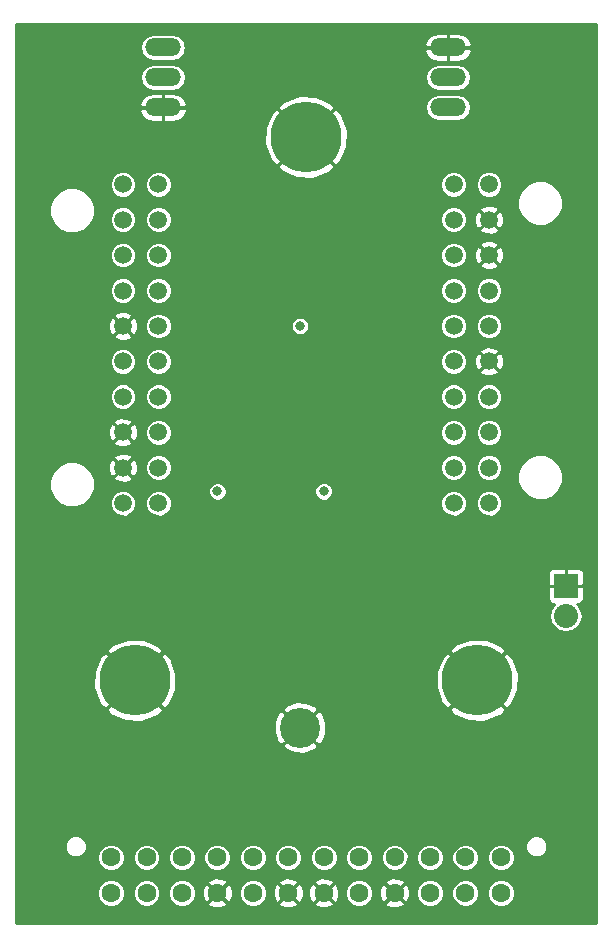
<source format=gbr>
G04 #@! TF.FileFunction,Copper,L4,Bot,Signal*
%FSLAX46Y46*%
G04 Gerber Fmt 4.6, Leading zero omitted, Abs format (unit mm)*
G04 Created by KiCad (PCBNEW 4.0.5+dfsg1-4) date Thu Nov  1 13:58:00 2018*
%MOMM*%
%LPD*%
G01*
G04 APERTURE LIST*
%ADD10C,0.100000*%
%ADD11O,3.014980X1.506220*%
%ADD12C,1.500000*%
%ADD13C,6.000000*%
%ADD14C,3.400000*%
%ADD15R,2.032000X2.032000*%
%ADD16O,2.032000X2.032000*%
%ADD17C,1.600000*%
%ADD18C,0.800000*%
%ADD19C,0.254000*%
G04 APERTURE END LIST*
D10*
D11*
X72898000Y-42418000D03*
X72898000Y-44958000D03*
X72898000Y-47498000D03*
X97028000Y-47498000D03*
X97028000Y-44958000D03*
X97028000Y-42418000D03*
D12*
X72500000Y-81000000D03*
X69500000Y-81000000D03*
X69500000Y-78000000D03*
X72500000Y-78000000D03*
X72500000Y-75000000D03*
X69500000Y-75000000D03*
X69500000Y-72000000D03*
X72500000Y-72000000D03*
X72500000Y-69000000D03*
X69500000Y-69000000D03*
X69500000Y-66000000D03*
X72500000Y-66000000D03*
X72500000Y-63000000D03*
X69500000Y-63000000D03*
X69500000Y-60000000D03*
X72500000Y-60000000D03*
X72500000Y-57000000D03*
X69500000Y-57000000D03*
X72500000Y-54000000D03*
X69500000Y-54000000D03*
D13*
X70500000Y-96000000D03*
X99500000Y-96000000D03*
X85000000Y-50000000D03*
D14*
X84500000Y-100000000D03*
D15*
X107000000Y-88000000D03*
D16*
X107000000Y-90540000D03*
D17*
X101500000Y-114000000D03*
X98500000Y-114000000D03*
X95500000Y-114000000D03*
X92500000Y-114000000D03*
X89500000Y-114000000D03*
X86500000Y-114000000D03*
X83500000Y-114000000D03*
X80500000Y-114000000D03*
X77500000Y-114000000D03*
X74500000Y-114000000D03*
X71500000Y-114000000D03*
X68500000Y-114000000D03*
X101500000Y-111000000D03*
X98500000Y-111000000D03*
X95500000Y-111000000D03*
X92500000Y-111000000D03*
X89500000Y-111000000D03*
X86500000Y-111000000D03*
X83500000Y-111000000D03*
X80500000Y-111000000D03*
X77500000Y-111000000D03*
X74500000Y-111000000D03*
X71500000Y-111000000D03*
X68500000Y-111000000D03*
D12*
X97500000Y-54000000D03*
X100500000Y-54000000D03*
X100500000Y-57000000D03*
X97500000Y-57000000D03*
X97500000Y-60000000D03*
X100500000Y-60000000D03*
X100500000Y-63000000D03*
X97500000Y-63000000D03*
X97500000Y-66000000D03*
X100500000Y-66000000D03*
X100500000Y-69000000D03*
X97500000Y-69000000D03*
X97500000Y-72000000D03*
X100500000Y-72000000D03*
X100500000Y-75000000D03*
X97500000Y-75000000D03*
X97500000Y-78000000D03*
X100500000Y-78000000D03*
X97500000Y-81000000D03*
X100500000Y-81000000D03*
D18*
X89000000Y-80000000D03*
X80000000Y-80000000D03*
X91000000Y-73000000D03*
X82000000Y-73000000D03*
X106500000Y-98000000D03*
X64000000Y-99000000D03*
X84500000Y-66000000D03*
X86500000Y-80000000D03*
X77500000Y-80000000D03*
D19*
G36*
X109544000Y-116544000D02*
X60456000Y-116544000D01*
X60456000Y-114233885D01*
X67318796Y-114233885D01*
X67498213Y-114668109D01*
X67830144Y-115000619D01*
X68264054Y-115180794D01*
X68733885Y-115181204D01*
X69168109Y-115001787D01*
X69500619Y-114669856D01*
X69680794Y-114235946D01*
X69680795Y-114233885D01*
X70318796Y-114233885D01*
X70498213Y-114668109D01*
X70830144Y-115000619D01*
X71264054Y-115180794D01*
X71733885Y-115181204D01*
X72168109Y-115001787D01*
X72500619Y-114669856D01*
X72680794Y-114235946D01*
X72680795Y-114233885D01*
X73318796Y-114233885D01*
X73498213Y-114668109D01*
X73830144Y-115000619D01*
X74264054Y-115180794D01*
X74733885Y-115181204D01*
X75168109Y-115001787D01*
X75307993Y-114862146D01*
X76655815Y-114862146D01*
X76726424Y-115086342D01*
X77201034Y-115299683D01*
X77721159Y-115315161D01*
X78207614Y-115130416D01*
X78273576Y-115086342D01*
X78344185Y-114862146D01*
X77500000Y-114017961D01*
X76655815Y-114862146D01*
X75307993Y-114862146D01*
X75500619Y-114669856D01*
X75680794Y-114235946D01*
X75680806Y-114221159D01*
X76184839Y-114221159D01*
X76369584Y-114707614D01*
X76413658Y-114773576D01*
X76637854Y-114844185D01*
X77482039Y-114000000D01*
X77517961Y-114000000D01*
X78362146Y-114844185D01*
X78586342Y-114773576D01*
X78799683Y-114298966D01*
X78801619Y-114233885D01*
X79318796Y-114233885D01*
X79498213Y-114668109D01*
X79830144Y-115000619D01*
X80264054Y-115180794D01*
X80733885Y-115181204D01*
X81168109Y-115001787D01*
X81307993Y-114862146D01*
X82655815Y-114862146D01*
X82726424Y-115086342D01*
X83201034Y-115299683D01*
X83721159Y-115315161D01*
X84207614Y-115130416D01*
X84273576Y-115086342D01*
X84344185Y-114862146D01*
X85655815Y-114862146D01*
X85726424Y-115086342D01*
X86201034Y-115299683D01*
X86721159Y-115315161D01*
X87207614Y-115130416D01*
X87273576Y-115086342D01*
X87344185Y-114862146D01*
X86500000Y-114017961D01*
X85655815Y-114862146D01*
X84344185Y-114862146D01*
X83500000Y-114017961D01*
X82655815Y-114862146D01*
X81307993Y-114862146D01*
X81500619Y-114669856D01*
X81680794Y-114235946D01*
X81680806Y-114221159D01*
X82184839Y-114221159D01*
X82369584Y-114707614D01*
X82413658Y-114773576D01*
X82637854Y-114844185D01*
X83482039Y-114000000D01*
X83517961Y-114000000D01*
X84362146Y-114844185D01*
X84586342Y-114773576D01*
X84799683Y-114298966D01*
X84801998Y-114221159D01*
X85184839Y-114221159D01*
X85369584Y-114707614D01*
X85413658Y-114773576D01*
X85637854Y-114844185D01*
X86482039Y-114000000D01*
X86517961Y-114000000D01*
X87362146Y-114844185D01*
X87586342Y-114773576D01*
X87799683Y-114298966D01*
X87801619Y-114233885D01*
X88318796Y-114233885D01*
X88498213Y-114668109D01*
X88830144Y-115000619D01*
X89264054Y-115180794D01*
X89733885Y-115181204D01*
X90168109Y-115001787D01*
X90307993Y-114862146D01*
X91655815Y-114862146D01*
X91726424Y-115086342D01*
X92201034Y-115299683D01*
X92721159Y-115315161D01*
X93207614Y-115130416D01*
X93273576Y-115086342D01*
X93344185Y-114862146D01*
X92500000Y-114017961D01*
X91655815Y-114862146D01*
X90307993Y-114862146D01*
X90500619Y-114669856D01*
X90680794Y-114235946D01*
X90680806Y-114221159D01*
X91184839Y-114221159D01*
X91369584Y-114707614D01*
X91413658Y-114773576D01*
X91637854Y-114844185D01*
X92482039Y-114000000D01*
X92517961Y-114000000D01*
X93362146Y-114844185D01*
X93586342Y-114773576D01*
X93799683Y-114298966D01*
X93801619Y-114233885D01*
X94318796Y-114233885D01*
X94498213Y-114668109D01*
X94830144Y-115000619D01*
X95264054Y-115180794D01*
X95733885Y-115181204D01*
X96168109Y-115001787D01*
X96500619Y-114669856D01*
X96680794Y-114235946D01*
X96680795Y-114233885D01*
X97318796Y-114233885D01*
X97498213Y-114668109D01*
X97830144Y-115000619D01*
X98264054Y-115180794D01*
X98733885Y-115181204D01*
X99168109Y-115001787D01*
X99500619Y-114669856D01*
X99680794Y-114235946D01*
X99680795Y-114233885D01*
X100318796Y-114233885D01*
X100498213Y-114668109D01*
X100830144Y-115000619D01*
X101264054Y-115180794D01*
X101733885Y-115181204D01*
X102168109Y-115001787D01*
X102500619Y-114669856D01*
X102680794Y-114235946D01*
X102681204Y-113766115D01*
X102501787Y-113331891D01*
X102169856Y-112999381D01*
X101735946Y-112819206D01*
X101266115Y-112818796D01*
X100831891Y-112998213D01*
X100499381Y-113330144D01*
X100319206Y-113764054D01*
X100318796Y-114233885D01*
X99680795Y-114233885D01*
X99681204Y-113766115D01*
X99501787Y-113331891D01*
X99169856Y-112999381D01*
X98735946Y-112819206D01*
X98266115Y-112818796D01*
X97831891Y-112998213D01*
X97499381Y-113330144D01*
X97319206Y-113764054D01*
X97318796Y-114233885D01*
X96680795Y-114233885D01*
X96681204Y-113766115D01*
X96501787Y-113331891D01*
X96169856Y-112999381D01*
X95735946Y-112819206D01*
X95266115Y-112818796D01*
X94831891Y-112998213D01*
X94499381Y-113330144D01*
X94319206Y-113764054D01*
X94318796Y-114233885D01*
X93801619Y-114233885D01*
X93815161Y-113778841D01*
X93630416Y-113292386D01*
X93586342Y-113226424D01*
X93362146Y-113155815D01*
X92517961Y-114000000D01*
X92482039Y-114000000D01*
X91637854Y-113155815D01*
X91413658Y-113226424D01*
X91200317Y-113701034D01*
X91184839Y-114221159D01*
X90680806Y-114221159D01*
X90681204Y-113766115D01*
X90501787Y-113331891D01*
X90308088Y-113137854D01*
X91655815Y-113137854D01*
X92500000Y-113982039D01*
X93344185Y-113137854D01*
X93273576Y-112913658D01*
X92798966Y-112700317D01*
X92278841Y-112684839D01*
X91792386Y-112869584D01*
X91726424Y-112913658D01*
X91655815Y-113137854D01*
X90308088Y-113137854D01*
X90169856Y-112999381D01*
X89735946Y-112819206D01*
X89266115Y-112818796D01*
X88831891Y-112998213D01*
X88499381Y-113330144D01*
X88319206Y-113764054D01*
X88318796Y-114233885D01*
X87801619Y-114233885D01*
X87815161Y-113778841D01*
X87630416Y-113292386D01*
X87586342Y-113226424D01*
X87362146Y-113155815D01*
X86517961Y-114000000D01*
X86482039Y-114000000D01*
X85637854Y-113155815D01*
X85413658Y-113226424D01*
X85200317Y-113701034D01*
X85184839Y-114221159D01*
X84801998Y-114221159D01*
X84815161Y-113778841D01*
X84630416Y-113292386D01*
X84586342Y-113226424D01*
X84362146Y-113155815D01*
X83517961Y-114000000D01*
X83482039Y-114000000D01*
X82637854Y-113155815D01*
X82413658Y-113226424D01*
X82200317Y-113701034D01*
X82184839Y-114221159D01*
X81680806Y-114221159D01*
X81681204Y-113766115D01*
X81501787Y-113331891D01*
X81308088Y-113137854D01*
X82655815Y-113137854D01*
X83500000Y-113982039D01*
X84344185Y-113137854D01*
X85655815Y-113137854D01*
X86500000Y-113982039D01*
X87344185Y-113137854D01*
X87273576Y-112913658D01*
X86798966Y-112700317D01*
X86278841Y-112684839D01*
X85792386Y-112869584D01*
X85726424Y-112913658D01*
X85655815Y-113137854D01*
X84344185Y-113137854D01*
X84273576Y-112913658D01*
X83798966Y-112700317D01*
X83278841Y-112684839D01*
X82792386Y-112869584D01*
X82726424Y-112913658D01*
X82655815Y-113137854D01*
X81308088Y-113137854D01*
X81169856Y-112999381D01*
X80735946Y-112819206D01*
X80266115Y-112818796D01*
X79831891Y-112998213D01*
X79499381Y-113330144D01*
X79319206Y-113764054D01*
X79318796Y-114233885D01*
X78801619Y-114233885D01*
X78815161Y-113778841D01*
X78630416Y-113292386D01*
X78586342Y-113226424D01*
X78362146Y-113155815D01*
X77517961Y-114000000D01*
X77482039Y-114000000D01*
X76637854Y-113155815D01*
X76413658Y-113226424D01*
X76200317Y-113701034D01*
X76184839Y-114221159D01*
X75680806Y-114221159D01*
X75681204Y-113766115D01*
X75501787Y-113331891D01*
X75308088Y-113137854D01*
X76655815Y-113137854D01*
X77500000Y-113982039D01*
X78344185Y-113137854D01*
X78273576Y-112913658D01*
X77798966Y-112700317D01*
X77278841Y-112684839D01*
X76792386Y-112869584D01*
X76726424Y-112913658D01*
X76655815Y-113137854D01*
X75308088Y-113137854D01*
X75169856Y-112999381D01*
X74735946Y-112819206D01*
X74266115Y-112818796D01*
X73831891Y-112998213D01*
X73499381Y-113330144D01*
X73319206Y-113764054D01*
X73318796Y-114233885D01*
X72680795Y-114233885D01*
X72681204Y-113766115D01*
X72501787Y-113331891D01*
X72169856Y-112999381D01*
X71735946Y-112819206D01*
X71266115Y-112818796D01*
X70831891Y-112998213D01*
X70499381Y-113330144D01*
X70319206Y-113764054D01*
X70318796Y-114233885D01*
X69680795Y-114233885D01*
X69681204Y-113766115D01*
X69501787Y-113331891D01*
X69169856Y-112999381D01*
X68735946Y-112819206D01*
X68266115Y-112818796D01*
X67831891Y-112998213D01*
X67499381Y-113330144D01*
X67319206Y-113764054D01*
X67318796Y-114233885D01*
X60456000Y-114233885D01*
X60456000Y-111233885D01*
X67318796Y-111233885D01*
X67498213Y-111668109D01*
X67830144Y-112000619D01*
X68264054Y-112180794D01*
X68733885Y-112181204D01*
X69168109Y-112001787D01*
X69500619Y-111669856D01*
X69680794Y-111235946D01*
X69680795Y-111233885D01*
X70318796Y-111233885D01*
X70498213Y-111668109D01*
X70830144Y-112000619D01*
X71264054Y-112180794D01*
X71733885Y-112181204D01*
X72168109Y-112001787D01*
X72500619Y-111669856D01*
X72680794Y-111235946D01*
X72680795Y-111233885D01*
X73318796Y-111233885D01*
X73498213Y-111668109D01*
X73830144Y-112000619D01*
X74264054Y-112180794D01*
X74733885Y-112181204D01*
X75168109Y-112001787D01*
X75500619Y-111669856D01*
X75680794Y-111235946D01*
X75680795Y-111233885D01*
X76318796Y-111233885D01*
X76498213Y-111668109D01*
X76830144Y-112000619D01*
X77264054Y-112180794D01*
X77733885Y-112181204D01*
X78168109Y-112001787D01*
X78500619Y-111669856D01*
X78680794Y-111235946D01*
X78680795Y-111233885D01*
X79318796Y-111233885D01*
X79498213Y-111668109D01*
X79830144Y-112000619D01*
X80264054Y-112180794D01*
X80733885Y-112181204D01*
X81168109Y-112001787D01*
X81500619Y-111669856D01*
X81680794Y-111235946D01*
X81680795Y-111233885D01*
X82318796Y-111233885D01*
X82498213Y-111668109D01*
X82830144Y-112000619D01*
X83264054Y-112180794D01*
X83733885Y-112181204D01*
X84168109Y-112001787D01*
X84500619Y-111669856D01*
X84680794Y-111235946D01*
X84680795Y-111233885D01*
X85318796Y-111233885D01*
X85498213Y-111668109D01*
X85830144Y-112000619D01*
X86264054Y-112180794D01*
X86733885Y-112181204D01*
X87168109Y-112001787D01*
X87500619Y-111669856D01*
X87680794Y-111235946D01*
X87680795Y-111233885D01*
X88318796Y-111233885D01*
X88498213Y-111668109D01*
X88830144Y-112000619D01*
X89264054Y-112180794D01*
X89733885Y-112181204D01*
X90168109Y-112001787D01*
X90500619Y-111669856D01*
X90680794Y-111235946D01*
X90680795Y-111233885D01*
X91318796Y-111233885D01*
X91498213Y-111668109D01*
X91830144Y-112000619D01*
X92264054Y-112180794D01*
X92733885Y-112181204D01*
X93168109Y-112001787D01*
X93500619Y-111669856D01*
X93680794Y-111235946D01*
X93680795Y-111233885D01*
X94318796Y-111233885D01*
X94498213Y-111668109D01*
X94830144Y-112000619D01*
X95264054Y-112180794D01*
X95733885Y-112181204D01*
X96168109Y-112001787D01*
X96500619Y-111669856D01*
X96680794Y-111235946D01*
X96680795Y-111233885D01*
X97318796Y-111233885D01*
X97498213Y-111668109D01*
X97830144Y-112000619D01*
X98264054Y-112180794D01*
X98733885Y-112181204D01*
X99168109Y-112001787D01*
X99500619Y-111669856D01*
X99680794Y-111235946D01*
X99680795Y-111233885D01*
X100318796Y-111233885D01*
X100498213Y-111668109D01*
X100830144Y-112000619D01*
X101264054Y-112180794D01*
X101733885Y-112181204D01*
X102168109Y-112001787D01*
X102500619Y-111669856D01*
X102680794Y-111235946D01*
X102681204Y-110766115D01*
X102501787Y-110331891D01*
X102414424Y-110244375D01*
X103568839Y-110244375D01*
X103710277Y-110586680D01*
X103971943Y-110848803D01*
X104314000Y-110990838D01*
X104684375Y-110991161D01*
X105026680Y-110849723D01*
X105288803Y-110588057D01*
X105430838Y-110246000D01*
X105431161Y-109875625D01*
X105289723Y-109533320D01*
X105028057Y-109271197D01*
X104686000Y-109129162D01*
X104315625Y-109128839D01*
X103973320Y-109270277D01*
X103711197Y-109531943D01*
X103569162Y-109874000D01*
X103568839Y-110244375D01*
X102414424Y-110244375D01*
X102169856Y-109999381D01*
X101735946Y-109819206D01*
X101266115Y-109818796D01*
X100831891Y-109998213D01*
X100499381Y-110330144D01*
X100319206Y-110764054D01*
X100318796Y-111233885D01*
X99680795Y-111233885D01*
X99681204Y-110766115D01*
X99501787Y-110331891D01*
X99169856Y-109999381D01*
X98735946Y-109819206D01*
X98266115Y-109818796D01*
X97831891Y-109998213D01*
X97499381Y-110330144D01*
X97319206Y-110764054D01*
X97318796Y-111233885D01*
X96680795Y-111233885D01*
X96681204Y-110766115D01*
X96501787Y-110331891D01*
X96169856Y-109999381D01*
X95735946Y-109819206D01*
X95266115Y-109818796D01*
X94831891Y-109998213D01*
X94499381Y-110330144D01*
X94319206Y-110764054D01*
X94318796Y-111233885D01*
X93680795Y-111233885D01*
X93681204Y-110766115D01*
X93501787Y-110331891D01*
X93169856Y-109999381D01*
X92735946Y-109819206D01*
X92266115Y-109818796D01*
X91831891Y-109998213D01*
X91499381Y-110330144D01*
X91319206Y-110764054D01*
X91318796Y-111233885D01*
X90680795Y-111233885D01*
X90681204Y-110766115D01*
X90501787Y-110331891D01*
X90169856Y-109999381D01*
X89735946Y-109819206D01*
X89266115Y-109818796D01*
X88831891Y-109998213D01*
X88499381Y-110330144D01*
X88319206Y-110764054D01*
X88318796Y-111233885D01*
X87680795Y-111233885D01*
X87681204Y-110766115D01*
X87501787Y-110331891D01*
X87169856Y-109999381D01*
X86735946Y-109819206D01*
X86266115Y-109818796D01*
X85831891Y-109998213D01*
X85499381Y-110330144D01*
X85319206Y-110764054D01*
X85318796Y-111233885D01*
X84680795Y-111233885D01*
X84681204Y-110766115D01*
X84501787Y-110331891D01*
X84169856Y-109999381D01*
X83735946Y-109819206D01*
X83266115Y-109818796D01*
X82831891Y-109998213D01*
X82499381Y-110330144D01*
X82319206Y-110764054D01*
X82318796Y-111233885D01*
X81680795Y-111233885D01*
X81681204Y-110766115D01*
X81501787Y-110331891D01*
X81169856Y-109999381D01*
X80735946Y-109819206D01*
X80266115Y-109818796D01*
X79831891Y-109998213D01*
X79499381Y-110330144D01*
X79319206Y-110764054D01*
X79318796Y-111233885D01*
X78680795Y-111233885D01*
X78681204Y-110766115D01*
X78501787Y-110331891D01*
X78169856Y-109999381D01*
X77735946Y-109819206D01*
X77266115Y-109818796D01*
X76831891Y-109998213D01*
X76499381Y-110330144D01*
X76319206Y-110764054D01*
X76318796Y-111233885D01*
X75680795Y-111233885D01*
X75681204Y-110766115D01*
X75501787Y-110331891D01*
X75169856Y-109999381D01*
X74735946Y-109819206D01*
X74266115Y-109818796D01*
X73831891Y-109998213D01*
X73499381Y-110330144D01*
X73319206Y-110764054D01*
X73318796Y-111233885D01*
X72680795Y-111233885D01*
X72681204Y-110766115D01*
X72501787Y-110331891D01*
X72169856Y-109999381D01*
X71735946Y-109819206D01*
X71266115Y-109818796D01*
X70831891Y-109998213D01*
X70499381Y-110330144D01*
X70319206Y-110764054D01*
X70318796Y-111233885D01*
X69680795Y-111233885D01*
X69681204Y-110766115D01*
X69501787Y-110331891D01*
X69169856Y-109999381D01*
X68735946Y-109819206D01*
X68266115Y-109818796D01*
X67831891Y-109998213D01*
X67499381Y-110330144D01*
X67319206Y-110764054D01*
X67318796Y-111233885D01*
X60456000Y-111233885D01*
X60456000Y-110244375D01*
X64568839Y-110244375D01*
X64710277Y-110586680D01*
X64971943Y-110848803D01*
X65314000Y-110990838D01*
X65684375Y-110991161D01*
X66026680Y-110849723D01*
X66288803Y-110588057D01*
X66430838Y-110246000D01*
X66431161Y-109875625D01*
X66289723Y-109533320D01*
X66028057Y-109271197D01*
X65686000Y-109129162D01*
X65315625Y-109128839D01*
X64973320Y-109270277D01*
X64711197Y-109531943D01*
X64569162Y-109874000D01*
X64568839Y-110244375D01*
X60456000Y-110244375D01*
X60456000Y-101511030D01*
X83006931Y-101511030D01*
X83187040Y-101828741D01*
X83986812Y-102191984D01*
X84864712Y-102221518D01*
X85687088Y-101912845D01*
X85812960Y-101828741D01*
X85993069Y-101511030D01*
X84500000Y-100017961D01*
X83006931Y-101511030D01*
X60456000Y-101511030D01*
X60456000Y-100364712D01*
X82278482Y-100364712D01*
X82587155Y-101187088D01*
X82671259Y-101312960D01*
X82988970Y-101493069D01*
X84482039Y-100000000D01*
X84517961Y-100000000D01*
X86011030Y-101493069D01*
X86328741Y-101312960D01*
X86691984Y-100513188D01*
X86721518Y-99635288D01*
X86412845Y-98812912D01*
X86328741Y-98687040D01*
X86011030Y-98506931D01*
X84517961Y-100000000D01*
X84482039Y-100000000D01*
X82988970Y-98506931D01*
X82671259Y-98687040D01*
X82308016Y-99486812D01*
X82278482Y-100364712D01*
X60456000Y-100364712D01*
X60456000Y-98448289D01*
X68069672Y-98448289D01*
X68407941Y-98901078D01*
X69677384Y-99480843D01*
X71072063Y-99530681D01*
X72379650Y-99043005D01*
X72592059Y-98901078D01*
X72899936Y-98488970D01*
X83006931Y-98488970D01*
X84500000Y-99982039D01*
X85993069Y-98488970D01*
X85970008Y-98448289D01*
X97069672Y-98448289D01*
X97407941Y-98901078D01*
X98677384Y-99480843D01*
X100072063Y-99530681D01*
X101379650Y-99043005D01*
X101592059Y-98901078D01*
X101930328Y-98448289D01*
X99500000Y-96017961D01*
X97069672Y-98448289D01*
X85970008Y-98448289D01*
X85812960Y-98171259D01*
X85013188Y-97808016D01*
X84135288Y-97778482D01*
X83312912Y-98087155D01*
X83187040Y-98171259D01*
X83006931Y-98488970D01*
X72899936Y-98488970D01*
X72930328Y-98448289D01*
X70500000Y-96017961D01*
X68069672Y-98448289D01*
X60456000Y-98448289D01*
X60456000Y-96572063D01*
X66969319Y-96572063D01*
X67456995Y-97879650D01*
X67598922Y-98092059D01*
X68051711Y-98430328D01*
X70482039Y-96000000D01*
X70517961Y-96000000D01*
X72948289Y-98430328D01*
X73401078Y-98092059D01*
X73980843Y-96822616D01*
X73989796Y-96572063D01*
X95969319Y-96572063D01*
X96456995Y-97879650D01*
X96598922Y-98092059D01*
X97051711Y-98430328D01*
X99482039Y-96000000D01*
X99517961Y-96000000D01*
X101948289Y-98430328D01*
X102401078Y-98092059D01*
X102980843Y-96822616D01*
X103030681Y-95427937D01*
X102543005Y-94120350D01*
X102401078Y-93907941D01*
X101948289Y-93569672D01*
X99517961Y-96000000D01*
X99482039Y-96000000D01*
X97051711Y-93569672D01*
X96598922Y-93907941D01*
X96019157Y-95177384D01*
X95969319Y-96572063D01*
X73989796Y-96572063D01*
X74030681Y-95427937D01*
X73543005Y-94120350D01*
X73401078Y-93907941D01*
X72948289Y-93569672D01*
X70517961Y-96000000D01*
X70482039Y-96000000D01*
X68051711Y-93569672D01*
X67598922Y-93907941D01*
X67019157Y-95177384D01*
X66969319Y-96572063D01*
X60456000Y-96572063D01*
X60456000Y-93551711D01*
X68069672Y-93551711D01*
X70500000Y-95982039D01*
X72930328Y-93551711D01*
X97069672Y-93551711D01*
X99500000Y-95982039D01*
X101930328Y-93551711D01*
X101592059Y-93098922D01*
X100322616Y-92519157D01*
X98927937Y-92469319D01*
X97620350Y-92956995D01*
X97407941Y-93098922D01*
X97069672Y-93551711D01*
X72930328Y-93551711D01*
X72592059Y-93098922D01*
X71322616Y-92519157D01*
X69927937Y-92469319D01*
X68620350Y-92956995D01*
X68407941Y-93098922D01*
X68069672Y-93551711D01*
X60456000Y-93551711D01*
X60456000Y-88139700D01*
X105476000Y-88139700D01*
X105476000Y-89117048D01*
X105553339Y-89303759D01*
X105696242Y-89446662D01*
X105882953Y-89524000D01*
X106026965Y-89524000D01*
X105984803Y-89552172D01*
X105681971Y-90005391D01*
X105575631Y-90540000D01*
X105681971Y-91074609D01*
X105984803Y-91527828D01*
X106438022Y-91830660D01*
X106972631Y-91937000D01*
X107027369Y-91937000D01*
X107561978Y-91830660D01*
X108015197Y-91527828D01*
X108318029Y-91074609D01*
X108424369Y-90540000D01*
X108318029Y-90005391D01*
X108015197Y-89552172D01*
X107973035Y-89524000D01*
X108117047Y-89524000D01*
X108303758Y-89446662D01*
X108446661Y-89303759D01*
X108524000Y-89117048D01*
X108524000Y-88139700D01*
X108397000Y-88012700D01*
X107012700Y-88012700D01*
X107012700Y-88032700D01*
X106987300Y-88032700D01*
X106987300Y-88012700D01*
X105603000Y-88012700D01*
X105476000Y-88139700D01*
X60456000Y-88139700D01*
X60456000Y-86882952D01*
X105476000Y-86882952D01*
X105476000Y-87860300D01*
X105603000Y-87987300D01*
X106987300Y-87987300D01*
X106987300Y-86603000D01*
X107012700Y-86603000D01*
X107012700Y-87987300D01*
X108397000Y-87987300D01*
X108524000Y-87860300D01*
X108524000Y-86882952D01*
X108446661Y-86696241D01*
X108303758Y-86553338D01*
X108117047Y-86476000D01*
X107139700Y-86476000D01*
X107012700Y-86603000D01*
X106987300Y-86603000D01*
X106860300Y-86476000D01*
X105882953Y-86476000D01*
X105696242Y-86553338D01*
X105553339Y-86696241D01*
X105476000Y-86882952D01*
X60456000Y-86882952D01*
X60456000Y-79782415D01*
X63248665Y-79782415D01*
X63542023Y-80492395D01*
X64084748Y-81036068D01*
X64794215Y-81330665D01*
X65562415Y-81331335D01*
X65822226Y-81223983D01*
X68368804Y-81223983D01*
X68540625Y-81639823D01*
X68858503Y-81958256D01*
X69274043Y-82130804D01*
X69723983Y-82131196D01*
X70139823Y-81959375D01*
X70458256Y-81641497D01*
X70630804Y-81225957D01*
X70630805Y-81223983D01*
X71368804Y-81223983D01*
X71540625Y-81639823D01*
X71858503Y-81958256D01*
X72274043Y-82130804D01*
X72723983Y-82131196D01*
X73139823Y-81959375D01*
X73458256Y-81641497D01*
X73630804Y-81225957D01*
X73630805Y-81223983D01*
X96368804Y-81223983D01*
X96540625Y-81639823D01*
X96858503Y-81958256D01*
X97274043Y-82130804D01*
X97723983Y-82131196D01*
X98139823Y-81959375D01*
X98458256Y-81641497D01*
X98630804Y-81225957D01*
X98630805Y-81223983D01*
X99368804Y-81223983D01*
X99540625Y-81639823D01*
X99858503Y-81958256D01*
X100274043Y-82130804D01*
X100723983Y-82131196D01*
X101139823Y-81959375D01*
X101458256Y-81641497D01*
X101630804Y-81225957D01*
X101631196Y-80776017D01*
X101459375Y-80360177D01*
X101141497Y-80041744D01*
X100725957Y-79869196D01*
X100276017Y-79868804D01*
X99860177Y-80040625D01*
X99541744Y-80358503D01*
X99369196Y-80774043D01*
X99368804Y-81223983D01*
X98630805Y-81223983D01*
X98631196Y-80776017D01*
X98459375Y-80360177D01*
X98141497Y-80041744D01*
X97725957Y-79869196D01*
X97276017Y-79868804D01*
X96860177Y-80040625D01*
X96541744Y-80358503D01*
X96369196Y-80774043D01*
X96368804Y-81223983D01*
X73630805Y-81223983D01*
X73631196Y-80776017D01*
X73459375Y-80360177D01*
X73254226Y-80154669D01*
X76718864Y-80154669D01*
X76837514Y-80441823D01*
X77057021Y-80661714D01*
X77343968Y-80780864D01*
X77654669Y-80781136D01*
X77941823Y-80662486D01*
X78161714Y-80442979D01*
X78280864Y-80156032D01*
X78280865Y-80154669D01*
X85718864Y-80154669D01*
X85837514Y-80441823D01*
X86057021Y-80661714D01*
X86343968Y-80780864D01*
X86654669Y-80781136D01*
X86941823Y-80662486D01*
X87161714Y-80442979D01*
X87280864Y-80156032D01*
X87281136Y-79845331D01*
X87162486Y-79558177D01*
X86942979Y-79338286D01*
X86656032Y-79219136D01*
X86345331Y-79218864D01*
X86058177Y-79337514D01*
X85838286Y-79557021D01*
X85719136Y-79843968D01*
X85718864Y-80154669D01*
X78280865Y-80154669D01*
X78281136Y-79845331D01*
X78162486Y-79558177D01*
X77942979Y-79338286D01*
X77656032Y-79219136D01*
X77345331Y-79218864D01*
X77058177Y-79337514D01*
X76838286Y-79557021D01*
X76719136Y-79843968D01*
X76718864Y-80154669D01*
X73254226Y-80154669D01*
X73141497Y-80041744D01*
X72725957Y-79869196D01*
X72276017Y-79868804D01*
X71860177Y-80040625D01*
X71541744Y-80358503D01*
X71369196Y-80774043D01*
X71368804Y-81223983D01*
X70630805Y-81223983D01*
X70631196Y-80776017D01*
X70459375Y-80360177D01*
X70141497Y-80041744D01*
X69725957Y-79869196D01*
X69276017Y-79868804D01*
X68860177Y-80040625D01*
X68541744Y-80358503D01*
X68369196Y-80774043D01*
X68368804Y-81223983D01*
X65822226Y-81223983D01*
X66272395Y-81037977D01*
X66816068Y-80495252D01*
X67110665Y-79785785D01*
X67111335Y-79017585D01*
X67032214Y-78826096D01*
X68691865Y-78826096D01*
X68756391Y-79045097D01*
X69212937Y-79250110D01*
X69713184Y-79264806D01*
X69929883Y-79182415D01*
X102888665Y-79182415D01*
X103182023Y-79892395D01*
X103724748Y-80436068D01*
X104434215Y-80730665D01*
X105202415Y-80731335D01*
X105912395Y-80437977D01*
X106456068Y-79895252D01*
X106750665Y-79185785D01*
X106751335Y-78417585D01*
X106457977Y-77707605D01*
X105915252Y-77163932D01*
X105205785Y-76869335D01*
X104437585Y-76868665D01*
X103727605Y-77162023D01*
X103183932Y-77704748D01*
X102889335Y-78414215D01*
X102888665Y-79182415D01*
X69929883Y-79182415D01*
X70180977Y-79086947D01*
X70243609Y-79045097D01*
X70308135Y-78826096D01*
X69500000Y-78017961D01*
X68691865Y-78826096D01*
X67032214Y-78826096D01*
X66817977Y-78307605D01*
X66723721Y-78213184D01*
X68235194Y-78213184D01*
X68413053Y-78680977D01*
X68454903Y-78743609D01*
X68673904Y-78808135D01*
X69482039Y-78000000D01*
X69517961Y-78000000D01*
X70326096Y-78808135D01*
X70545097Y-78743609D01*
X70750110Y-78287063D01*
X70751963Y-78223983D01*
X71368804Y-78223983D01*
X71540625Y-78639823D01*
X71858503Y-78958256D01*
X72274043Y-79130804D01*
X72723983Y-79131196D01*
X73139823Y-78959375D01*
X73458256Y-78641497D01*
X73630804Y-78225957D01*
X73630805Y-78223983D01*
X96368804Y-78223983D01*
X96540625Y-78639823D01*
X96858503Y-78958256D01*
X97274043Y-79130804D01*
X97723983Y-79131196D01*
X98139823Y-78959375D01*
X98458256Y-78641497D01*
X98630804Y-78225957D01*
X98630805Y-78223983D01*
X99368804Y-78223983D01*
X99540625Y-78639823D01*
X99858503Y-78958256D01*
X100274043Y-79130804D01*
X100723983Y-79131196D01*
X101139823Y-78959375D01*
X101458256Y-78641497D01*
X101630804Y-78225957D01*
X101631196Y-77776017D01*
X101459375Y-77360177D01*
X101141497Y-77041744D01*
X100725957Y-76869196D01*
X100276017Y-76868804D01*
X99860177Y-77040625D01*
X99541744Y-77358503D01*
X99369196Y-77774043D01*
X99368804Y-78223983D01*
X98630805Y-78223983D01*
X98631196Y-77776017D01*
X98459375Y-77360177D01*
X98141497Y-77041744D01*
X97725957Y-76869196D01*
X97276017Y-76868804D01*
X96860177Y-77040625D01*
X96541744Y-77358503D01*
X96369196Y-77774043D01*
X96368804Y-78223983D01*
X73630805Y-78223983D01*
X73631196Y-77776017D01*
X73459375Y-77360177D01*
X73141497Y-77041744D01*
X72725957Y-76869196D01*
X72276017Y-76868804D01*
X71860177Y-77040625D01*
X71541744Y-77358503D01*
X71369196Y-77774043D01*
X71368804Y-78223983D01*
X70751963Y-78223983D01*
X70764806Y-77786816D01*
X70586947Y-77319023D01*
X70545097Y-77256391D01*
X70326096Y-77191865D01*
X69517961Y-78000000D01*
X69482039Y-78000000D01*
X68673904Y-77191865D01*
X68454903Y-77256391D01*
X68249890Y-77712937D01*
X68235194Y-78213184D01*
X66723721Y-78213184D01*
X66275252Y-77763932D01*
X65565785Y-77469335D01*
X64797585Y-77468665D01*
X64087605Y-77762023D01*
X63543932Y-78304748D01*
X63249335Y-79014215D01*
X63248665Y-79782415D01*
X60456000Y-79782415D01*
X60456000Y-77173904D01*
X68691865Y-77173904D01*
X69500000Y-77982039D01*
X70308135Y-77173904D01*
X70243609Y-76954903D01*
X69787063Y-76749890D01*
X69286816Y-76735194D01*
X68819023Y-76913053D01*
X68756391Y-76954903D01*
X68691865Y-77173904D01*
X60456000Y-77173904D01*
X60456000Y-75826096D01*
X68691865Y-75826096D01*
X68756391Y-76045097D01*
X69212937Y-76250110D01*
X69713184Y-76264806D01*
X70180977Y-76086947D01*
X70243609Y-76045097D01*
X70308135Y-75826096D01*
X69500000Y-75017961D01*
X68691865Y-75826096D01*
X60456000Y-75826096D01*
X60456000Y-75213184D01*
X68235194Y-75213184D01*
X68413053Y-75680977D01*
X68454903Y-75743609D01*
X68673904Y-75808135D01*
X69482039Y-75000000D01*
X69517961Y-75000000D01*
X70326096Y-75808135D01*
X70545097Y-75743609D01*
X70750110Y-75287063D01*
X70751963Y-75223983D01*
X71368804Y-75223983D01*
X71540625Y-75639823D01*
X71858503Y-75958256D01*
X72274043Y-76130804D01*
X72723983Y-76131196D01*
X73139823Y-75959375D01*
X73458256Y-75641497D01*
X73630804Y-75225957D01*
X73630805Y-75223983D01*
X96368804Y-75223983D01*
X96540625Y-75639823D01*
X96858503Y-75958256D01*
X97274043Y-76130804D01*
X97723983Y-76131196D01*
X98139823Y-75959375D01*
X98458256Y-75641497D01*
X98630804Y-75225957D01*
X98630805Y-75223983D01*
X99368804Y-75223983D01*
X99540625Y-75639823D01*
X99858503Y-75958256D01*
X100274043Y-76130804D01*
X100723983Y-76131196D01*
X101139823Y-75959375D01*
X101458256Y-75641497D01*
X101630804Y-75225957D01*
X101631196Y-74776017D01*
X101459375Y-74360177D01*
X101141497Y-74041744D01*
X100725957Y-73869196D01*
X100276017Y-73868804D01*
X99860177Y-74040625D01*
X99541744Y-74358503D01*
X99369196Y-74774043D01*
X99368804Y-75223983D01*
X98630805Y-75223983D01*
X98631196Y-74776017D01*
X98459375Y-74360177D01*
X98141497Y-74041744D01*
X97725957Y-73869196D01*
X97276017Y-73868804D01*
X96860177Y-74040625D01*
X96541744Y-74358503D01*
X96369196Y-74774043D01*
X96368804Y-75223983D01*
X73630805Y-75223983D01*
X73631196Y-74776017D01*
X73459375Y-74360177D01*
X73141497Y-74041744D01*
X72725957Y-73869196D01*
X72276017Y-73868804D01*
X71860177Y-74040625D01*
X71541744Y-74358503D01*
X71369196Y-74774043D01*
X71368804Y-75223983D01*
X70751963Y-75223983D01*
X70764806Y-74786816D01*
X70586947Y-74319023D01*
X70545097Y-74256391D01*
X70326096Y-74191865D01*
X69517961Y-75000000D01*
X69482039Y-75000000D01*
X68673904Y-74191865D01*
X68454903Y-74256391D01*
X68249890Y-74712937D01*
X68235194Y-75213184D01*
X60456000Y-75213184D01*
X60456000Y-74173904D01*
X68691865Y-74173904D01*
X69500000Y-74982039D01*
X70308135Y-74173904D01*
X70243609Y-73954903D01*
X69787063Y-73749890D01*
X69286816Y-73735194D01*
X68819023Y-73913053D01*
X68756391Y-73954903D01*
X68691865Y-74173904D01*
X60456000Y-74173904D01*
X60456000Y-72223983D01*
X68368804Y-72223983D01*
X68540625Y-72639823D01*
X68858503Y-72958256D01*
X69274043Y-73130804D01*
X69723983Y-73131196D01*
X70139823Y-72959375D01*
X70458256Y-72641497D01*
X70630804Y-72225957D01*
X70630805Y-72223983D01*
X71368804Y-72223983D01*
X71540625Y-72639823D01*
X71858503Y-72958256D01*
X72274043Y-73130804D01*
X72723983Y-73131196D01*
X73139823Y-72959375D01*
X73458256Y-72641497D01*
X73630804Y-72225957D01*
X73630805Y-72223983D01*
X96368804Y-72223983D01*
X96540625Y-72639823D01*
X96858503Y-72958256D01*
X97274043Y-73130804D01*
X97723983Y-73131196D01*
X98139823Y-72959375D01*
X98458256Y-72641497D01*
X98630804Y-72225957D01*
X98630805Y-72223983D01*
X99368804Y-72223983D01*
X99540625Y-72639823D01*
X99858503Y-72958256D01*
X100274043Y-73130804D01*
X100723983Y-73131196D01*
X101139823Y-72959375D01*
X101458256Y-72641497D01*
X101630804Y-72225957D01*
X101631196Y-71776017D01*
X101459375Y-71360177D01*
X101141497Y-71041744D01*
X100725957Y-70869196D01*
X100276017Y-70868804D01*
X99860177Y-71040625D01*
X99541744Y-71358503D01*
X99369196Y-71774043D01*
X99368804Y-72223983D01*
X98630805Y-72223983D01*
X98631196Y-71776017D01*
X98459375Y-71360177D01*
X98141497Y-71041744D01*
X97725957Y-70869196D01*
X97276017Y-70868804D01*
X96860177Y-71040625D01*
X96541744Y-71358503D01*
X96369196Y-71774043D01*
X96368804Y-72223983D01*
X73630805Y-72223983D01*
X73631196Y-71776017D01*
X73459375Y-71360177D01*
X73141497Y-71041744D01*
X72725957Y-70869196D01*
X72276017Y-70868804D01*
X71860177Y-71040625D01*
X71541744Y-71358503D01*
X71369196Y-71774043D01*
X71368804Y-72223983D01*
X70630805Y-72223983D01*
X70631196Y-71776017D01*
X70459375Y-71360177D01*
X70141497Y-71041744D01*
X69725957Y-70869196D01*
X69276017Y-70868804D01*
X68860177Y-71040625D01*
X68541744Y-71358503D01*
X68369196Y-71774043D01*
X68368804Y-72223983D01*
X60456000Y-72223983D01*
X60456000Y-69223983D01*
X68368804Y-69223983D01*
X68540625Y-69639823D01*
X68858503Y-69958256D01*
X69274043Y-70130804D01*
X69723983Y-70131196D01*
X70139823Y-69959375D01*
X70458256Y-69641497D01*
X70630804Y-69225957D01*
X70630805Y-69223983D01*
X71368804Y-69223983D01*
X71540625Y-69639823D01*
X71858503Y-69958256D01*
X72274043Y-70130804D01*
X72723983Y-70131196D01*
X73139823Y-69959375D01*
X73458256Y-69641497D01*
X73630804Y-69225957D01*
X73630805Y-69223983D01*
X96368804Y-69223983D01*
X96540625Y-69639823D01*
X96858503Y-69958256D01*
X97274043Y-70130804D01*
X97723983Y-70131196D01*
X98139823Y-69959375D01*
X98273334Y-69826096D01*
X99691865Y-69826096D01*
X99756391Y-70045097D01*
X100212937Y-70250110D01*
X100713184Y-70264806D01*
X101180977Y-70086947D01*
X101243609Y-70045097D01*
X101308135Y-69826096D01*
X100500000Y-69017961D01*
X99691865Y-69826096D01*
X98273334Y-69826096D01*
X98458256Y-69641497D01*
X98630804Y-69225957D01*
X98630815Y-69213184D01*
X99235194Y-69213184D01*
X99413053Y-69680977D01*
X99454903Y-69743609D01*
X99673904Y-69808135D01*
X100482039Y-69000000D01*
X100517961Y-69000000D01*
X101326096Y-69808135D01*
X101545097Y-69743609D01*
X101750110Y-69287063D01*
X101764806Y-68786816D01*
X101586947Y-68319023D01*
X101545097Y-68256391D01*
X101326096Y-68191865D01*
X100517961Y-69000000D01*
X100482039Y-69000000D01*
X99673904Y-68191865D01*
X99454903Y-68256391D01*
X99249890Y-68712937D01*
X99235194Y-69213184D01*
X98630815Y-69213184D01*
X98631196Y-68776017D01*
X98459375Y-68360177D01*
X98273427Y-68173904D01*
X99691865Y-68173904D01*
X100500000Y-68982039D01*
X101308135Y-68173904D01*
X101243609Y-67954903D01*
X100787063Y-67749890D01*
X100286816Y-67735194D01*
X99819023Y-67913053D01*
X99756391Y-67954903D01*
X99691865Y-68173904D01*
X98273427Y-68173904D01*
X98141497Y-68041744D01*
X97725957Y-67869196D01*
X97276017Y-67868804D01*
X96860177Y-68040625D01*
X96541744Y-68358503D01*
X96369196Y-68774043D01*
X96368804Y-69223983D01*
X73630805Y-69223983D01*
X73631196Y-68776017D01*
X73459375Y-68360177D01*
X73141497Y-68041744D01*
X72725957Y-67869196D01*
X72276017Y-67868804D01*
X71860177Y-68040625D01*
X71541744Y-68358503D01*
X71369196Y-68774043D01*
X71368804Y-69223983D01*
X70630805Y-69223983D01*
X70631196Y-68776017D01*
X70459375Y-68360177D01*
X70141497Y-68041744D01*
X69725957Y-67869196D01*
X69276017Y-67868804D01*
X68860177Y-68040625D01*
X68541744Y-68358503D01*
X68369196Y-68774043D01*
X68368804Y-69223983D01*
X60456000Y-69223983D01*
X60456000Y-66826096D01*
X68691865Y-66826096D01*
X68756391Y-67045097D01*
X69212937Y-67250110D01*
X69713184Y-67264806D01*
X70180977Y-67086947D01*
X70243609Y-67045097D01*
X70308135Y-66826096D01*
X69500000Y-66017961D01*
X68691865Y-66826096D01*
X60456000Y-66826096D01*
X60456000Y-66213184D01*
X68235194Y-66213184D01*
X68413053Y-66680977D01*
X68454903Y-66743609D01*
X68673904Y-66808135D01*
X69482039Y-66000000D01*
X69517961Y-66000000D01*
X70326096Y-66808135D01*
X70545097Y-66743609D01*
X70750110Y-66287063D01*
X70751963Y-66223983D01*
X71368804Y-66223983D01*
X71540625Y-66639823D01*
X71858503Y-66958256D01*
X72274043Y-67130804D01*
X72723983Y-67131196D01*
X73139823Y-66959375D01*
X73458256Y-66641497D01*
X73630804Y-66225957D01*
X73630866Y-66154669D01*
X83718864Y-66154669D01*
X83837514Y-66441823D01*
X84057021Y-66661714D01*
X84343968Y-66780864D01*
X84654669Y-66781136D01*
X84941823Y-66662486D01*
X85161714Y-66442979D01*
X85252648Y-66223983D01*
X96368804Y-66223983D01*
X96540625Y-66639823D01*
X96858503Y-66958256D01*
X97274043Y-67130804D01*
X97723983Y-67131196D01*
X98139823Y-66959375D01*
X98458256Y-66641497D01*
X98630804Y-66225957D01*
X98630805Y-66223983D01*
X99368804Y-66223983D01*
X99540625Y-66639823D01*
X99858503Y-66958256D01*
X100274043Y-67130804D01*
X100723983Y-67131196D01*
X101139823Y-66959375D01*
X101458256Y-66641497D01*
X101630804Y-66225957D01*
X101631196Y-65776017D01*
X101459375Y-65360177D01*
X101141497Y-65041744D01*
X100725957Y-64869196D01*
X100276017Y-64868804D01*
X99860177Y-65040625D01*
X99541744Y-65358503D01*
X99369196Y-65774043D01*
X99368804Y-66223983D01*
X98630805Y-66223983D01*
X98631196Y-65776017D01*
X98459375Y-65360177D01*
X98141497Y-65041744D01*
X97725957Y-64869196D01*
X97276017Y-64868804D01*
X96860177Y-65040625D01*
X96541744Y-65358503D01*
X96369196Y-65774043D01*
X96368804Y-66223983D01*
X85252648Y-66223983D01*
X85280864Y-66156032D01*
X85281136Y-65845331D01*
X85162486Y-65558177D01*
X84942979Y-65338286D01*
X84656032Y-65219136D01*
X84345331Y-65218864D01*
X84058177Y-65337514D01*
X83838286Y-65557021D01*
X83719136Y-65843968D01*
X83718864Y-66154669D01*
X73630866Y-66154669D01*
X73631196Y-65776017D01*
X73459375Y-65360177D01*
X73141497Y-65041744D01*
X72725957Y-64869196D01*
X72276017Y-64868804D01*
X71860177Y-65040625D01*
X71541744Y-65358503D01*
X71369196Y-65774043D01*
X71368804Y-66223983D01*
X70751963Y-66223983D01*
X70764806Y-65786816D01*
X70586947Y-65319023D01*
X70545097Y-65256391D01*
X70326096Y-65191865D01*
X69517961Y-66000000D01*
X69482039Y-66000000D01*
X68673904Y-65191865D01*
X68454903Y-65256391D01*
X68249890Y-65712937D01*
X68235194Y-66213184D01*
X60456000Y-66213184D01*
X60456000Y-65173904D01*
X68691865Y-65173904D01*
X69500000Y-65982039D01*
X70308135Y-65173904D01*
X70243609Y-64954903D01*
X69787063Y-64749890D01*
X69286816Y-64735194D01*
X68819023Y-64913053D01*
X68756391Y-64954903D01*
X68691865Y-65173904D01*
X60456000Y-65173904D01*
X60456000Y-63223983D01*
X68368804Y-63223983D01*
X68540625Y-63639823D01*
X68858503Y-63958256D01*
X69274043Y-64130804D01*
X69723983Y-64131196D01*
X70139823Y-63959375D01*
X70458256Y-63641497D01*
X70630804Y-63225957D01*
X70630805Y-63223983D01*
X71368804Y-63223983D01*
X71540625Y-63639823D01*
X71858503Y-63958256D01*
X72274043Y-64130804D01*
X72723983Y-64131196D01*
X73139823Y-63959375D01*
X73458256Y-63641497D01*
X73630804Y-63225957D01*
X73630805Y-63223983D01*
X96368804Y-63223983D01*
X96540625Y-63639823D01*
X96858503Y-63958256D01*
X97274043Y-64130804D01*
X97723983Y-64131196D01*
X98139823Y-63959375D01*
X98458256Y-63641497D01*
X98630804Y-63225957D01*
X98630805Y-63223983D01*
X99368804Y-63223983D01*
X99540625Y-63639823D01*
X99858503Y-63958256D01*
X100274043Y-64130804D01*
X100723983Y-64131196D01*
X101139823Y-63959375D01*
X101458256Y-63641497D01*
X101630804Y-63225957D01*
X101631196Y-62776017D01*
X101459375Y-62360177D01*
X101141497Y-62041744D01*
X100725957Y-61869196D01*
X100276017Y-61868804D01*
X99860177Y-62040625D01*
X99541744Y-62358503D01*
X99369196Y-62774043D01*
X99368804Y-63223983D01*
X98630805Y-63223983D01*
X98631196Y-62776017D01*
X98459375Y-62360177D01*
X98141497Y-62041744D01*
X97725957Y-61869196D01*
X97276017Y-61868804D01*
X96860177Y-62040625D01*
X96541744Y-62358503D01*
X96369196Y-62774043D01*
X96368804Y-63223983D01*
X73630805Y-63223983D01*
X73631196Y-62776017D01*
X73459375Y-62360177D01*
X73141497Y-62041744D01*
X72725957Y-61869196D01*
X72276017Y-61868804D01*
X71860177Y-62040625D01*
X71541744Y-62358503D01*
X71369196Y-62774043D01*
X71368804Y-63223983D01*
X70630805Y-63223983D01*
X70631196Y-62776017D01*
X70459375Y-62360177D01*
X70141497Y-62041744D01*
X69725957Y-61869196D01*
X69276017Y-61868804D01*
X68860177Y-62040625D01*
X68541744Y-62358503D01*
X68369196Y-62774043D01*
X68368804Y-63223983D01*
X60456000Y-63223983D01*
X60456000Y-60223983D01*
X68368804Y-60223983D01*
X68540625Y-60639823D01*
X68858503Y-60958256D01*
X69274043Y-61130804D01*
X69723983Y-61131196D01*
X70139823Y-60959375D01*
X70458256Y-60641497D01*
X70630804Y-60225957D01*
X70630805Y-60223983D01*
X71368804Y-60223983D01*
X71540625Y-60639823D01*
X71858503Y-60958256D01*
X72274043Y-61130804D01*
X72723983Y-61131196D01*
X73139823Y-60959375D01*
X73458256Y-60641497D01*
X73630804Y-60225957D01*
X73630805Y-60223983D01*
X96368804Y-60223983D01*
X96540625Y-60639823D01*
X96858503Y-60958256D01*
X97274043Y-61130804D01*
X97723983Y-61131196D01*
X98139823Y-60959375D01*
X98273334Y-60826096D01*
X99691865Y-60826096D01*
X99756391Y-61045097D01*
X100212937Y-61250110D01*
X100713184Y-61264806D01*
X101180977Y-61086947D01*
X101243609Y-61045097D01*
X101308135Y-60826096D01*
X100500000Y-60017961D01*
X99691865Y-60826096D01*
X98273334Y-60826096D01*
X98458256Y-60641497D01*
X98630804Y-60225957D01*
X98630815Y-60213184D01*
X99235194Y-60213184D01*
X99413053Y-60680977D01*
X99454903Y-60743609D01*
X99673904Y-60808135D01*
X100482039Y-60000000D01*
X100517961Y-60000000D01*
X101326096Y-60808135D01*
X101545097Y-60743609D01*
X101750110Y-60287063D01*
X101764806Y-59786816D01*
X101586947Y-59319023D01*
X101545097Y-59256391D01*
X101326096Y-59191865D01*
X100517961Y-60000000D01*
X100482039Y-60000000D01*
X99673904Y-59191865D01*
X99454903Y-59256391D01*
X99249890Y-59712937D01*
X99235194Y-60213184D01*
X98630815Y-60213184D01*
X98631196Y-59776017D01*
X98459375Y-59360177D01*
X98273427Y-59173904D01*
X99691865Y-59173904D01*
X100500000Y-59982039D01*
X101308135Y-59173904D01*
X101243609Y-58954903D01*
X100787063Y-58749890D01*
X100286816Y-58735194D01*
X99819023Y-58913053D01*
X99756391Y-58954903D01*
X99691865Y-59173904D01*
X98273427Y-59173904D01*
X98141497Y-59041744D01*
X97725957Y-58869196D01*
X97276017Y-58868804D01*
X96860177Y-59040625D01*
X96541744Y-59358503D01*
X96369196Y-59774043D01*
X96368804Y-60223983D01*
X73630805Y-60223983D01*
X73631196Y-59776017D01*
X73459375Y-59360177D01*
X73141497Y-59041744D01*
X72725957Y-58869196D01*
X72276017Y-58868804D01*
X71860177Y-59040625D01*
X71541744Y-59358503D01*
X71369196Y-59774043D01*
X71368804Y-60223983D01*
X70630805Y-60223983D01*
X70631196Y-59776017D01*
X70459375Y-59360177D01*
X70141497Y-59041744D01*
X69725957Y-58869196D01*
X69276017Y-58868804D01*
X68860177Y-59040625D01*
X68541744Y-59358503D01*
X68369196Y-59774043D01*
X68368804Y-60223983D01*
X60456000Y-60223983D01*
X60456000Y-56582415D01*
X63248665Y-56582415D01*
X63542023Y-57292395D01*
X64084748Y-57836068D01*
X64794215Y-58130665D01*
X65562415Y-58131335D01*
X66272395Y-57837977D01*
X66816068Y-57295252D01*
X66845661Y-57223983D01*
X68368804Y-57223983D01*
X68540625Y-57639823D01*
X68858503Y-57958256D01*
X69274043Y-58130804D01*
X69723983Y-58131196D01*
X70139823Y-57959375D01*
X70458256Y-57641497D01*
X70630804Y-57225957D01*
X70630805Y-57223983D01*
X71368804Y-57223983D01*
X71540625Y-57639823D01*
X71858503Y-57958256D01*
X72274043Y-58130804D01*
X72723983Y-58131196D01*
X73139823Y-57959375D01*
X73458256Y-57641497D01*
X73630804Y-57225957D01*
X73630805Y-57223983D01*
X96368804Y-57223983D01*
X96540625Y-57639823D01*
X96858503Y-57958256D01*
X97274043Y-58130804D01*
X97723983Y-58131196D01*
X98139823Y-57959375D01*
X98273334Y-57826096D01*
X99691865Y-57826096D01*
X99756391Y-58045097D01*
X100212937Y-58250110D01*
X100713184Y-58264806D01*
X101180977Y-58086947D01*
X101243609Y-58045097D01*
X101308135Y-57826096D01*
X100500000Y-57017961D01*
X99691865Y-57826096D01*
X98273334Y-57826096D01*
X98458256Y-57641497D01*
X98630804Y-57225957D01*
X98630815Y-57213184D01*
X99235194Y-57213184D01*
X99413053Y-57680977D01*
X99454903Y-57743609D01*
X99673904Y-57808135D01*
X100482039Y-57000000D01*
X100517961Y-57000000D01*
X101326096Y-57808135D01*
X101545097Y-57743609D01*
X101750110Y-57287063D01*
X101764806Y-56786816D01*
X101586947Y-56319023D01*
X101545097Y-56256391D01*
X101326096Y-56191865D01*
X100517961Y-57000000D01*
X100482039Y-57000000D01*
X99673904Y-56191865D01*
X99454903Y-56256391D01*
X99249890Y-56712937D01*
X99235194Y-57213184D01*
X98630815Y-57213184D01*
X98631196Y-56776017D01*
X98459375Y-56360177D01*
X98273427Y-56173904D01*
X99691865Y-56173904D01*
X100500000Y-56982039D01*
X101308135Y-56173904D01*
X101251716Y-55982415D01*
X102888665Y-55982415D01*
X103182023Y-56692395D01*
X103724748Y-57236068D01*
X104434215Y-57530665D01*
X105202415Y-57531335D01*
X105912395Y-57237977D01*
X106456068Y-56695252D01*
X106750665Y-55985785D01*
X106751335Y-55217585D01*
X106457977Y-54507605D01*
X105915252Y-53963932D01*
X105205785Y-53669335D01*
X104437585Y-53668665D01*
X103727605Y-53962023D01*
X103183932Y-54504748D01*
X102889335Y-55214215D01*
X102888665Y-55982415D01*
X101251716Y-55982415D01*
X101243609Y-55954903D01*
X100787063Y-55749890D01*
X100286816Y-55735194D01*
X99819023Y-55913053D01*
X99756391Y-55954903D01*
X99691865Y-56173904D01*
X98273427Y-56173904D01*
X98141497Y-56041744D01*
X97725957Y-55869196D01*
X97276017Y-55868804D01*
X96860177Y-56040625D01*
X96541744Y-56358503D01*
X96369196Y-56774043D01*
X96368804Y-57223983D01*
X73630805Y-57223983D01*
X73631196Y-56776017D01*
X73459375Y-56360177D01*
X73141497Y-56041744D01*
X72725957Y-55869196D01*
X72276017Y-55868804D01*
X71860177Y-56040625D01*
X71541744Y-56358503D01*
X71369196Y-56774043D01*
X71368804Y-57223983D01*
X70630805Y-57223983D01*
X70631196Y-56776017D01*
X70459375Y-56360177D01*
X70141497Y-56041744D01*
X69725957Y-55869196D01*
X69276017Y-55868804D01*
X68860177Y-56040625D01*
X68541744Y-56358503D01*
X68369196Y-56774043D01*
X68368804Y-57223983D01*
X66845661Y-57223983D01*
X67110665Y-56585785D01*
X67111335Y-55817585D01*
X66817977Y-55107605D01*
X66275252Y-54563932D01*
X65565785Y-54269335D01*
X64797585Y-54268665D01*
X64087605Y-54562023D01*
X63543932Y-55104748D01*
X63249335Y-55814215D01*
X63248665Y-56582415D01*
X60456000Y-56582415D01*
X60456000Y-54223983D01*
X68368804Y-54223983D01*
X68540625Y-54639823D01*
X68858503Y-54958256D01*
X69274043Y-55130804D01*
X69723983Y-55131196D01*
X70139823Y-54959375D01*
X70458256Y-54641497D01*
X70630804Y-54225957D01*
X70630805Y-54223983D01*
X71368804Y-54223983D01*
X71540625Y-54639823D01*
X71858503Y-54958256D01*
X72274043Y-55130804D01*
X72723983Y-55131196D01*
X73139823Y-54959375D01*
X73458256Y-54641497D01*
X73630804Y-54225957D01*
X73630805Y-54223983D01*
X96368804Y-54223983D01*
X96540625Y-54639823D01*
X96858503Y-54958256D01*
X97274043Y-55130804D01*
X97723983Y-55131196D01*
X98139823Y-54959375D01*
X98458256Y-54641497D01*
X98630804Y-54225957D01*
X98630805Y-54223983D01*
X99368804Y-54223983D01*
X99540625Y-54639823D01*
X99858503Y-54958256D01*
X100274043Y-55130804D01*
X100723983Y-55131196D01*
X101139823Y-54959375D01*
X101458256Y-54641497D01*
X101630804Y-54225957D01*
X101631196Y-53776017D01*
X101459375Y-53360177D01*
X101141497Y-53041744D01*
X100725957Y-52869196D01*
X100276017Y-52868804D01*
X99860177Y-53040625D01*
X99541744Y-53358503D01*
X99369196Y-53774043D01*
X99368804Y-54223983D01*
X98630805Y-54223983D01*
X98631196Y-53776017D01*
X98459375Y-53360177D01*
X98141497Y-53041744D01*
X97725957Y-52869196D01*
X97276017Y-52868804D01*
X96860177Y-53040625D01*
X96541744Y-53358503D01*
X96369196Y-53774043D01*
X96368804Y-54223983D01*
X73630805Y-54223983D01*
X73631196Y-53776017D01*
X73459375Y-53360177D01*
X73141497Y-53041744D01*
X72725957Y-52869196D01*
X72276017Y-52868804D01*
X71860177Y-53040625D01*
X71541744Y-53358503D01*
X71369196Y-53774043D01*
X71368804Y-54223983D01*
X70630805Y-54223983D01*
X70631196Y-53776017D01*
X70459375Y-53360177D01*
X70141497Y-53041744D01*
X69725957Y-52869196D01*
X69276017Y-52868804D01*
X68860177Y-53040625D01*
X68541744Y-53358503D01*
X68369196Y-53774043D01*
X68368804Y-54223983D01*
X60456000Y-54223983D01*
X60456000Y-52448289D01*
X82569672Y-52448289D01*
X82907941Y-52901078D01*
X84177384Y-53480843D01*
X85572063Y-53530681D01*
X86879650Y-53043005D01*
X87092059Y-52901078D01*
X87430328Y-52448289D01*
X85000000Y-50017961D01*
X82569672Y-52448289D01*
X60456000Y-52448289D01*
X60456000Y-50572063D01*
X81469319Y-50572063D01*
X81956995Y-51879650D01*
X82098922Y-52092059D01*
X82551711Y-52430328D01*
X84982039Y-50000000D01*
X85017961Y-50000000D01*
X87448289Y-52430328D01*
X87901078Y-52092059D01*
X88480843Y-50822616D01*
X88530681Y-49427937D01*
X88043005Y-48120350D01*
X87901078Y-47907941D01*
X87448289Y-47569672D01*
X85017961Y-50000000D01*
X84982039Y-50000000D01*
X82551711Y-47569672D01*
X82098922Y-47907941D01*
X81519157Y-49177384D01*
X81469319Y-50572063D01*
X60456000Y-50572063D01*
X60456000Y-47707815D01*
X70900086Y-47707815D01*
X70973646Y-47968873D01*
X71242900Y-48380760D01*
X71649281Y-48658254D01*
X72130920Y-48759110D01*
X72885300Y-48759110D01*
X72885300Y-47510700D01*
X72910700Y-47510700D01*
X72910700Y-48759110D01*
X73665080Y-48759110D01*
X74146719Y-48658254D01*
X74553100Y-48380760D01*
X74822354Y-47968873D01*
X74895914Y-47707815D01*
X74809201Y-47551711D01*
X82569672Y-47551711D01*
X85000000Y-49982039D01*
X87430328Y-47551711D01*
X87390202Y-47498000D01*
X95102512Y-47498000D01*
X95188841Y-47932005D01*
X95434685Y-48299937D01*
X95802617Y-48545781D01*
X96236622Y-48632110D01*
X97819378Y-48632110D01*
X98253383Y-48545781D01*
X98621315Y-48299937D01*
X98867159Y-47932005D01*
X98953488Y-47498000D01*
X98867159Y-47063995D01*
X98621315Y-46696063D01*
X98253383Y-46450219D01*
X97819378Y-46363890D01*
X96236622Y-46363890D01*
X95802617Y-46450219D01*
X95434685Y-46696063D01*
X95188841Y-47063995D01*
X95102512Y-47498000D01*
X87390202Y-47498000D01*
X87092059Y-47098922D01*
X85822616Y-46519157D01*
X84427937Y-46469319D01*
X83120350Y-46956995D01*
X82907941Y-47098922D01*
X82569672Y-47551711D01*
X74809201Y-47551711D01*
X74786419Y-47510700D01*
X72910700Y-47510700D01*
X72885300Y-47510700D01*
X71009581Y-47510700D01*
X70900086Y-47707815D01*
X60456000Y-47707815D01*
X60456000Y-47288185D01*
X70900086Y-47288185D01*
X71009581Y-47485300D01*
X72885300Y-47485300D01*
X72885300Y-46236890D01*
X72910700Y-46236890D01*
X72910700Y-47485300D01*
X74786419Y-47485300D01*
X74895914Y-47288185D01*
X74822354Y-47027127D01*
X74553100Y-46615240D01*
X74146719Y-46337746D01*
X73665080Y-46236890D01*
X72910700Y-46236890D01*
X72885300Y-46236890D01*
X72130920Y-46236890D01*
X71649281Y-46337746D01*
X71242900Y-46615240D01*
X70973646Y-47027127D01*
X70900086Y-47288185D01*
X60456000Y-47288185D01*
X60456000Y-44958000D01*
X70972512Y-44958000D01*
X71058841Y-45392005D01*
X71304685Y-45759937D01*
X71672617Y-46005781D01*
X72106622Y-46092110D01*
X73689378Y-46092110D01*
X74123383Y-46005781D01*
X74491315Y-45759937D01*
X74737159Y-45392005D01*
X74823488Y-44958000D01*
X95102512Y-44958000D01*
X95188841Y-45392005D01*
X95434685Y-45759937D01*
X95802617Y-46005781D01*
X96236622Y-46092110D01*
X97819378Y-46092110D01*
X98253383Y-46005781D01*
X98621315Y-45759937D01*
X98867159Y-45392005D01*
X98953488Y-44958000D01*
X98867159Y-44523995D01*
X98621315Y-44156063D01*
X98253383Y-43910219D01*
X97819378Y-43823890D01*
X96236622Y-43823890D01*
X95802617Y-43910219D01*
X95434685Y-44156063D01*
X95188841Y-44523995D01*
X95102512Y-44958000D01*
X74823488Y-44958000D01*
X74737159Y-44523995D01*
X74491315Y-44156063D01*
X74123383Y-43910219D01*
X73689378Y-43823890D01*
X72106622Y-43823890D01*
X71672617Y-43910219D01*
X71304685Y-44156063D01*
X71058841Y-44523995D01*
X70972512Y-44958000D01*
X60456000Y-44958000D01*
X60456000Y-42418000D01*
X70972512Y-42418000D01*
X71058841Y-42852005D01*
X71304685Y-43219937D01*
X71672617Y-43465781D01*
X72106622Y-43552110D01*
X73689378Y-43552110D01*
X74123383Y-43465781D01*
X74491315Y-43219937D01*
X74737159Y-42852005D01*
X74781753Y-42627815D01*
X95030086Y-42627815D01*
X95103646Y-42888873D01*
X95372900Y-43300760D01*
X95779281Y-43578254D01*
X96260920Y-43679110D01*
X97015300Y-43679110D01*
X97015300Y-42430700D01*
X97040700Y-42430700D01*
X97040700Y-43679110D01*
X97795080Y-43679110D01*
X98276719Y-43578254D01*
X98683100Y-43300760D01*
X98952354Y-42888873D01*
X99025914Y-42627815D01*
X98916419Y-42430700D01*
X97040700Y-42430700D01*
X97015300Y-42430700D01*
X95139581Y-42430700D01*
X95030086Y-42627815D01*
X74781753Y-42627815D01*
X74823488Y-42418000D01*
X74781754Y-42208185D01*
X95030086Y-42208185D01*
X95139581Y-42405300D01*
X97015300Y-42405300D01*
X97015300Y-41156890D01*
X97040700Y-41156890D01*
X97040700Y-42405300D01*
X98916419Y-42405300D01*
X99025914Y-42208185D01*
X98952354Y-41947127D01*
X98683100Y-41535240D01*
X98276719Y-41257746D01*
X97795080Y-41156890D01*
X97040700Y-41156890D01*
X97015300Y-41156890D01*
X96260920Y-41156890D01*
X95779281Y-41257746D01*
X95372900Y-41535240D01*
X95103646Y-41947127D01*
X95030086Y-42208185D01*
X74781754Y-42208185D01*
X74737159Y-41983995D01*
X74491315Y-41616063D01*
X74123383Y-41370219D01*
X73689378Y-41283890D01*
X72106622Y-41283890D01*
X71672617Y-41370219D01*
X71304685Y-41616063D01*
X71058841Y-41983995D01*
X70972512Y-42418000D01*
X60456000Y-42418000D01*
X60456000Y-40456000D01*
X109544000Y-40456000D01*
X109544000Y-116544000D01*
X109544000Y-116544000D01*
G37*
X109544000Y-116544000D02*
X60456000Y-116544000D01*
X60456000Y-114233885D01*
X67318796Y-114233885D01*
X67498213Y-114668109D01*
X67830144Y-115000619D01*
X68264054Y-115180794D01*
X68733885Y-115181204D01*
X69168109Y-115001787D01*
X69500619Y-114669856D01*
X69680794Y-114235946D01*
X69680795Y-114233885D01*
X70318796Y-114233885D01*
X70498213Y-114668109D01*
X70830144Y-115000619D01*
X71264054Y-115180794D01*
X71733885Y-115181204D01*
X72168109Y-115001787D01*
X72500619Y-114669856D01*
X72680794Y-114235946D01*
X72680795Y-114233885D01*
X73318796Y-114233885D01*
X73498213Y-114668109D01*
X73830144Y-115000619D01*
X74264054Y-115180794D01*
X74733885Y-115181204D01*
X75168109Y-115001787D01*
X75307993Y-114862146D01*
X76655815Y-114862146D01*
X76726424Y-115086342D01*
X77201034Y-115299683D01*
X77721159Y-115315161D01*
X78207614Y-115130416D01*
X78273576Y-115086342D01*
X78344185Y-114862146D01*
X77500000Y-114017961D01*
X76655815Y-114862146D01*
X75307993Y-114862146D01*
X75500619Y-114669856D01*
X75680794Y-114235946D01*
X75680806Y-114221159D01*
X76184839Y-114221159D01*
X76369584Y-114707614D01*
X76413658Y-114773576D01*
X76637854Y-114844185D01*
X77482039Y-114000000D01*
X77517961Y-114000000D01*
X78362146Y-114844185D01*
X78586342Y-114773576D01*
X78799683Y-114298966D01*
X78801619Y-114233885D01*
X79318796Y-114233885D01*
X79498213Y-114668109D01*
X79830144Y-115000619D01*
X80264054Y-115180794D01*
X80733885Y-115181204D01*
X81168109Y-115001787D01*
X81307993Y-114862146D01*
X82655815Y-114862146D01*
X82726424Y-115086342D01*
X83201034Y-115299683D01*
X83721159Y-115315161D01*
X84207614Y-115130416D01*
X84273576Y-115086342D01*
X84344185Y-114862146D01*
X85655815Y-114862146D01*
X85726424Y-115086342D01*
X86201034Y-115299683D01*
X86721159Y-115315161D01*
X87207614Y-115130416D01*
X87273576Y-115086342D01*
X87344185Y-114862146D01*
X86500000Y-114017961D01*
X85655815Y-114862146D01*
X84344185Y-114862146D01*
X83500000Y-114017961D01*
X82655815Y-114862146D01*
X81307993Y-114862146D01*
X81500619Y-114669856D01*
X81680794Y-114235946D01*
X81680806Y-114221159D01*
X82184839Y-114221159D01*
X82369584Y-114707614D01*
X82413658Y-114773576D01*
X82637854Y-114844185D01*
X83482039Y-114000000D01*
X83517961Y-114000000D01*
X84362146Y-114844185D01*
X84586342Y-114773576D01*
X84799683Y-114298966D01*
X84801998Y-114221159D01*
X85184839Y-114221159D01*
X85369584Y-114707614D01*
X85413658Y-114773576D01*
X85637854Y-114844185D01*
X86482039Y-114000000D01*
X86517961Y-114000000D01*
X87362146Y-114844185D01*
X87586342Y-114773576D01*
X87799683Y-114298966D01*
X87801619Y-114233885D01*
X88318796Y-114233885D01*
X88498213Y-114668109D01*
X88830144Y-115000619D01*
X89264054Y-115180794D01*
X89733885Y-115181204D01*
X90168109Y-115001787D01*
X90307993Y-114862146D01*
X91655815Y-114862146D01*
X91726424Y-115086342D01*
X92201034Y-115299683D01*
X92721159Y-115315161D01*
X93207614Y-115130416D01*
X93273576Y-115086342D01*
X93344185Y-114862146D01*
X92500000Y-114017961D01*
X91655815Y-114862146D01*
X90307993Y-114862146D01*
X90500619Y-114669856D01*
X90680794Y-114235946D01*
X90680806Y-114221159D01*
X91184839Y-114221159D01*
X91369584Y-114707614D01*
X91413658Y-114773576D01*
X91637854Y-114844185D01*
X92482039Y-114000000D01*
X92517961Y-114000000D01*
X93362146Y-114844185D01*
X93586342Y-114773576D01*
X93799683Y-114298966D01*
X93801619Y-114233885D01*
X94318796Y-114233885D01*
X94498213Y-114668109D01*
X94830144Y-115000619D01*
X95264054Y-115180794D01*
X95733885Y-115181204D01*
X96168109Y-115001787D01*
X96500619Y-114669856D01*
X96680794Y-114235946D01*
X96680795Y-114233885D01*
X97318796Y-114233885D01*
X97498213Y-114668109D01*
X97830144Y-115000619D01*
X98264054Y-115180794D01*
X98733885Y-115181204D01*
X99168109Y-115001787D01*
X99500619Y-114669856D01*
X99680794Y-114235946D01*
X99680795Y-114233885D01*
X100318796Y-114233885D01*
X100498213Y-114668109D01*
X100830144Y-115000619D01*
X101264054Y-115180794D01*
X101733885Y-115181204D01*
X102168109Y-115001787D01*
X102500619Y-114669856D01*
X102680794Y-114235946D01*
X102681204Y-113766115D01*
X102501787Y-113331891D01*
X102169856Y-112999381D01*
X101735946Y-112819206D01*
X101266115Y-112818796D01*
X100831891Y-112998213D01*
X100499381Y-113330144D01*
X100319206Y-113764054D01*
X100318796Y-114233885D01*
X99680795Y-114233885D01*
X99681204Y-113766115D01*
X99501787Y-113331891D01*
X99169856Y-112999381D01*
X98735946Y-112819206D01*
X98266115Y-112818796D01*
X97831891Y-112998213D01*
X97499381Y-113330144D01*
X97319206Y-113764054D01*
X97318796Y-114233885D01*
X96680795Y-114233885D01*
X96681204Y-113766115D01*
X96501787Y-113331891D01*
X96169856Y-112999381D01*
X95735946Y-112819206D01*
X95266115Y-112818796D01*
X94831891Y-112998213D01*
X94499381Y-113330144D01*
X94319206Y-113764054D01*
X94318796Y-114233885D01*
X93801619Y-114233885D01*
X93815161Y-113778841D01*
X93630416Y-113292386D01*
X93586342Y-113226424D01*
X93362146Y-113155815D01*
X92517961Y-114000000D01*
X92482039Y-114000000D01*
X91637854Y-113155815D01*
X91413658Y-113226424D01*
X91200317Y-113701034D01*
X91184839Y-114221159D01*
X90680806Y-114221159D01*
X90681204Y-113766115D01*
X90501787Y-113331891D01*
X90308088Y-113137854D01*
X91655815Y-113137854D01*
X92500000Y-113982039D01*
X93344185Y-113137854D01*
X93273576Y-112913658D01*
X92798966Y-112700317D01*
X92278841Y-112684839D01*
X91792386Y-112869584D01*
X91726424Y-112913658D01*
X91655815Y-113137854D01*
X90308088Y-113137854D01*
X90169856Y-112999381D01*
X89735946Y-112819206D01*
X89266115Y-112818796D01*
X88831891Y-112998213D01*
X88499381Y-113330144D01*
X88319206Y-113764054D01*
X88318796Y-114233885D01*
X87801619Y-114233885D01*
X87815161Y-113778841D01*
X87630416Y-113292386D01*
X87586342Y-113226424D01*
X87362146Y-113155815D01*
X86517961Y-114000000D01*
X86482039Y-114000000D01*
X85637854Y-113155815D01*
X85413658Y-113226424D01*
X85200317Y-113701034D01*
X85184839Y-114221159D01*
X84801998Y-114221159D01*
X84815161Y-113778841D01*
X84630416Y-113292386D01*
X84586342Y-113226424D01*
X84362146Y-113155815D01*
X83517961Y-114000000D01*
X83482039Y-114000000D01*
X82637854Y-113155815D01*
X82413658Y-113226424D01*
X82200317Y-113701034D01*
X82184839Y-114221159D01*
X81680806Y-114221159D01*
X81681204Y-113766115D01*
X81501787Y-113331891D01*
X81308088Y-113137854D01*
X82655815Y-113137854D01*
X83500000Y-113982039D01*
X84344185Y-113137854D01*
X85655815Y-113137854D01*
X86500000Y-113982039D01*
X87344185Y-113137854D01*
X87273576Y-112913658D01*
X86798966Y-112700317D01*
X86278841Y-112684839D01*
X85792386Y-112869584D01*
X85726424Y-112913658D01*
X85655815Y-113137854D01*
X84344185Y-113137854D01*
X84273576Y-112913658D01*
X83798966Y-112700317D01*
X83278841Y-112684839D01*
X82792386Y-112869584D01*
X82726424Y-112913658D01*
X82655815Y-113137854D01*
X81308088Y-113137854D01*
X81169856Y-112999381D01*
X80735946Y-112819206D01*
X80266115Y-112818796D01*
X79831891Y-112998213D01*
X79499381Y-113330144D01*
X79319206Y-113764054D01*
X79318796Y-114233885D01*
X78801619Y-114233885D01*
X78815161Y-113778841D01*
X78630416Y-113292386D01*
X78586342Y-113226424D01*
X78362146Y-113155815D01*
X77517961Y-114000000D01*
X77482039Y-114000000D01*
X76637854Y-113155815D01*
X76413658Y-113226424D01*
X76200317Y-113701034D01*
X76184839Y-114221159D01*
X75680806Y-114221159D01*
X75681204Y-113766115D01*
X75501787Y-113331891D01*
X75308088Y-113137854D01*
X76655815Y-113137854D01*
X77500000Y-113982039D01*
X78344185Y-113137854D01*
X78273576Y-112913658D01*
X77798966Y-112700317D01*
X77278841Y-112684839D01*
X76792386Y-112869584D01*
X76726424Y-112913658D01*
X76655815Y-113137854D01*
X75308088Y-113137854D01*
X75169856Y-112999381D01*
X74735946Y-112819206D01*
X74266115Y-112818796D01*
X73831891Y-112998213D01*
X73499381Y-113330144D01*
X73319206Y-113764054D01*
X73318796Y-114233885D01*
X72680795Y-114233885D01*
X72681204Y-113766115D01*
X72501787Y-113331891D01*
X72169856Y-112999381D01*
X71735946Y-112819206D01*
X71266115Y-112818796D01*
X70831891Y-112998213D01*
X70499381Y-113330144D01*
X70319206Y-113764054D01*
X70318796Y-114233885D01*
X69680795Y-114233885D01*
X69681204Y-113766115D01*
X69501787Y-113331891D01*
X69169856Y-112999381D01*
X68735946Y-112819206D01*
X68266115Y-112818796D01*
X67831891Y-112998213D01*
X67499381Y-113330144D01*
X67319206Y-113764054D01*
X67318796Y-114233885D01*
X60456000Y-114233885D01*
X60456000Y-111233885D01*
X67318796Y-111233885D01*
X67498213Y-111668109D01*
X67830144Y-112000619D01*
X68264054Y-112180794D01*
X68733885Y-112181204D01*
X69168109Y-112001787D01*
X69500619Y-111669856D01*
X69680794Y-111235946D01*
X69680795Y-111233885D01*
X70318796Y-111233885D01*
X70498213Y-111668109D01*
X70830144Y-112000619D01*
X71264054Y-112180794D01*
X71733885Y-112181204D01*
X72168109Y-112001787D01*
X72500619Y-111669856D01*
X72680794Y-111235946D01*
X72680795Y-111233885D01*
X73318796Y-111233885D01*
X73498213Y-111668109D01*
X73830144Y-112000619D01*
X74264054Y-112180794D01*
X74733885Y-112181204D01*
X75168109Y-112001787D01*
X75500619Y-111669856D01*
X75680794Y-111235946D01*
X75680795Y-111233885D01*
X76318796Y-111233885D01*
X76498213Y-111668109D01*
X76830144Y-112000619D01*
X77264054Y-112180794D01*
X77733885Y-112181204D01*
X78168109Y-112001787D01*
X78500619Y-111669856D01*
X78680794Y-111235946D01*
X78680795Y-111233885D01*
X79318796Y-111233885D01*
X79498213Y-111668109D01*
X79830144Y-112000619D01*
X80264054Y-112180794D01*
X80733885Y-112181204D01*
X81168109Y-112001787D01*
X81500619Y-111669856D01*
X81680794Y-111235946D01*
X81680795Y-111233885D01*
X82318796Y-111233885D01*
X82498213Y-111668109D01*
X82830144Y-112000619D01*
X83264054Y-112180794D01*
X83733885Y-112181204D01*
X84168109Y-112001787D01*
X84500619Y-111669856D01*
X84680794Y-111235946D01*
X84680795Y-111233885D01*
X85318796Y-111233885D01*
X85498213Y-111668109D01*
X85830144Y-112000619D01*
X86264054Y-112180794D01*
X86733885Y-112181204D01*
X87168109Y-112001787D01*
X87500619Y-111669856D01*
X87680794Y-111235946D01*
X87680795Y-111233885D01*
X88318796Y-111233885D01*
X88498213Y-111668109D01*
X88830144Y-112000619D01*
X89264054Y-112180794D01*
X89733885Y-112181204D01*
X90168109Y-112001787D01*
X90500619Y-111669856D01*
X90680794Y-111235946D01*
X90680795Y-111233885D01*
X91318796Y-111233885D01*
X91498213Y-111668109D01*
X91830144Y-112000619D01*
X92264054Y-112180794D01*
X92733885Y-112181204D01*
X93168109Y-112001787D01*
X93500619Y-111669856D01*
X93680794Y-111235946D01*
X93680795Y-111233885D01*
X94318796Y-111233885D01*
X94498213Y-111668109D01*
X94830144Y-112000619D01*
X95264054Y-112180794D01*
X95733885Y-112181204D01*
X96168109Y-112001787D01*
X96500619Y-111669856D01*
X96680794Y-111235946D01*
X96680795Y-111233885D01*
X97318796Y-111233885D01*
X97498213Y-111668109D01*
X97830144Y-112000619D01*
X98264054Y-112180794D01*
X98733885Y-112181204D01*
X99168109Y-112001787D01*
X99500619Y-111669856D01*
X99680794Y-111235946D01*
X99680795Y-111233885D01*
X100318796Y-111233885D01*
X100498213Y-111668109D01*
X100830144Y-112000619D01*
X101264054Y-112180794D01*
X101733885Y-112181204D01*
X102168109Y-112001787D01*
X102500619Y-111669856D01*
X102680794Y-111235946D01*
X102681204Y-110766115D01*
X102501787Y-110331891D01*
X102414424Y-110244375D01*
X103568839Y-110244375D01*
X103710277Y-110586680D01*
X103971943Y-110848803D01*
X104314000Y-110990838D01*
X104684375Y-110991161D01*
X105026680Y-110849723D01*
X105288803Y-110588057D01*
X105430838Y-110246000D01*
X105431161Y-109875625D01*
X105289723Y-109533320D01*
X105028057Y-109271197D01*
X104686000Y-109129162D01*
X104315625Y-109128839D01*
X103973320Y-109270277D01*
X103711197Y-109531943D01*
X103569162Y-109874000D01*
X103568839Y-110244375D01*
X102414424Y-110244375D01*
X102169856Y-109999381D01*
X101735946Y-109819206D01*
X101266115Y-109818796D01*
X100831891Y-109998213D01*
X100499381Y-110330144D01*
X100319206Y-110764054D01*
X100318796Y-111233885D01*
X99680795Y-111233885D01*
X99681204Y-110766115D01*
X99501787Y-110331891D01*
X99169856Y-109999381D01*
X98735946Y-109819206D01*
X98266115Y-109818796D01*
X97831891Y-109998213D01*
X97499381Y-110330144D01*
X97319206Y-110764054D01*
X97318796Y-111233885D01*
X96680795Y-111233885D01*
X96681204Y-110766115D01*
X96501787Y-110331891D01*
X96169856Y-109999381D01*
X95735946Y-109819206D01*
X95266115Y-109818796D01*
X94831891Y-109998213D01*
X94499381Y-110330144D01*
X94319206Y-110764054D01*
X94318796Y-111233885D01*
X93680795Y-111233885D01*
X93681204Y-110766115D01*
X93501787Y-110331891D01*
X93169856Y-109999381D01*
X92735946Y-109819206D01*
X92266115Y-109818796D01*
X91831891Y-109998213D01*
X91499381Y-110330144D01*
X91319206Y-110764054D01*
X91318796Y-111233885D01*
X90680795Y-111233885D01*
X90681204Y-110766115D01*
X90501787Y-110331891D01*
X90169856Y-109999381D01*
X89735946Y-109819206D01*
X89266115Y-109818796D01*
X88831891Y-109998213D01*
X88499381Y-110330144D01*
X88319206Y-110764054D01*
X88318796Y-111233885D01*
X87680795Y-111233885D01*
X87681204Y-110766115D01*
X87501787Y-110331891D01*
X87169856Y-109999381D01*
X86735946Y-109819206D01*
X86266115Y-109818796D01*
X85831891Y-109998213D01*
X85499381Y-110330144D01*
X85319206Y-110764054D01*
X85318796Y-111233885D01*
X84680795Y-111233885D01*
X84681204Y-110766115D01*
X84501787Y-110331891D01*
X84169856Y-109999381D01*
X83735946Y-109819206D01*
X83266115Y-109818796D01*
X82831891Y-109998213D01*
X82499381Y-110330144D01*
X82319206Y-110764054D01*
X82318796Y-111233885D01*
X81680795Y-111233885D01*
X81681204Y-110766115D01*
X81501787Y-110331891D01*
X81169856Y-109999381D01*
X80735946Y-109819206D01*
X80266115Y-109818796D01*
X79831891Y-109998213D01*
X79499381Y-110330144D01*
X79319206Y-110764054D01*
X79318796Y-111233885D01*
X78680795Y-111233885D01*
X78681204Y-110766115D01*
X78501787Y-110331891D01*
X78169856Y-109999381D01*
X77735946Y-109819206D01*
X77266115Y-109818796D01*
X76831891Y-109998213D01*
X76499381Y-110330144D01*
X76319206Y-110764054D01*
X76318796Y-111233885D01*
X75680795Y-111233885D01*
X75681204Y-110766115D01*
X75501787Y-110331891D01*
X75169856Y-109999381D01*
X74735946Y-109819206D01*
X74266115Y-109818796D01*
X73831891Y-109998213D01*
X73499381Y-110330144D01*
X73319206Y-110764054D01*
X73318796Y-111233885D01*
X72680795Y-111233885D01*
X72681204Y-110766115D01*
X72501787Y-110331891D01*
X72169856Y-109999381D01*
X71735946Y-109819206D01*
X71266115Y-109818796D01*
X70831891Y-109998213D01*
X70499381Y-110330144D01*
X70319206Y-110764054D01*
X70318796Y-111233885D01*
X69680795Y-111233885D01*
X69681204Y-110766115D01*
X69501787Y-110331891D01*
X69169856Y-109999381D01*
X68735946Y-109819206D01*
X68266115Y-109818796D01*
X67831891Y-109998213D01*
X67499381Y-110330144D01*
X67319206Y-110764054D01*
X67318796Y-111233885D01*
X60456000Y-111233885D01*
X60456000Y-110244375D01*
X64568839Y-110244375D01*
X64710277Y-110586680D01*
X64971943Y-110848803D01*
X65314000Y-110990838D01*
X65684375Y-110991161D01*
X66026680Y-110849723D01*
X66288803Y-110588057D01*
X66430838Y-110246000D01*
X66431161Y-109875625D01*
X66289723Y-109533320D01*
X66028057Y-109271197D01*
X65686000Y-109129162D01*
X65315625Y-109128839D01*
X64973320Y-109270277D01*
X64711197Y-109531943D01*
X64569162Y-109874000D01*
X64568839Y-110244375D01*
X60456000Y-110244375D01*
X60456000Y-101511030D01*
X83006931Y-101511030D01*
X83187040Y-101828741D01*
X83986812Y-102191984D01*
X84864712Y-102221518D01*
X85687088Y-101912845D01*
X85812960Y-101828741D01*
X85993069Y-101511030D01*
X84500000Y-100017961D01*
X83006931Y-101511030D01*
X60456000Y-101511030D01*
X60456000Y-100364712D01*
X82278482Y-100364712D01*
X82587155Y-101187088D01*
X82671259Y-101312960D01*
X82988970Y-101493069D01*
X84482039Y-100000000D01*
X84517961Y-100000000D01*
X86011030Y-101493069D01*
X86328741Y-101312960D01*
X86691984Y-100513188D01*
X86721518Y-99635288D01*
X86412845Y-98812912D01*
X86328741Y-98687040D01*
X86011030Y-98506931D01*
X84517961Y-100000000D01*
X84482039Y-100000000D01*
X82988970Y-98506931D01*
X82671259Y-98687040D01*
X82308016Y-99486812D01*
X82278482Y-100364712D01*
X60456000Y-100364712D01*
X60456000Y-98448289D01*
X68069672Y-98448289D01*
X68407941Y-98901078D01*
X69677384Y-99480843D01*
X71072063Y-99530681D01*
X72379650Y-99043005D01*
X72592059Y-98901078D01*
X72899936Y-98488970D01*
X83006931Y-98488970D01*
X84500000Y-99982039D01*
X85993069Y-98488970D01*
X85970008Y-98448289D01*
X97069672Y-98448289D01*
X97407941Y-98901078D01*
X98677384Y-99480843D01*
X100072063Y-99530681D01*
X101379650Y-99043005D01*
X101592059Y-98901078D01*
X101930328Y-98448289D01*
X99500000Y-96017961D01*
X97069672Y-98448289D01*
X85970008Y-98448289D01*
X85812960Y-98171259D01*
X85013188Y-97808016D01*
X84135288Y-97778482D01*
X83312912Y-98087155D01*
X83187040Y-98171259D01*
X83006931Y-98488970D01*
X72899936Y-98488970D01*
X72930328Y-98448289D01*
X70500000Y-96017961D01*
X68069672Y-98448289D01*
X60456000Y-98448289D01*
X60456000Y-96572063D01*
X66969319Y-96572063D01*
X67456995Y-97879650D01*
X67598922Y-98092059D01*
X68051711Y-98430328D01*
X70482039Y-96000000D01*
X70517961Y-96000000D01*
X72948289Y-98430328D01*
X73401078Y-98092059D01*
X73980843Y-96822616D01*
X73989796Y-96572063D01*
X95969319Y-96572063D01*
X96456995Y-97879650D01*
X96598922Y-98092059D01*
X97051711Y-98430328D01*
X99482039Y-96000000D01*
X99517961Y-96000000D01*
X101948289Y-98430328D01*
X102401078Y-98092059D01*
X102980843Y-96822616D01*
X103030681Y-95427937D01*
X102543005Y-94120350D01*
X102401078Y-93907941D01*
X101948289Y-93569672D01*
X99517961Y-96000000D01*
X99482039Y-96000000D01*
X97051711Y-93569672D01*
X96598922Y-93907941D01*
X96019157Y-95177384D01*
X95969319Y-96572063D01*
X73989796Y-96572063D01*
X74030681Y-95427937D01*
X73543005Y-94120350D01*
X73401078Y-93907941D01*
X72948289Y-93569672D01*
X70517961Y-96000000D01*
X70482039Y-96000000D01*
X68051711Y-93569672D01*
X67598922Y-93907941D01*
X67019157Y-95177384D01*
X66969319Y-96572063D01*
X60456000Y-96572063D01*
X60456000Y-93551711D01*
X68069672Y-93551711D01*
X70500000Y-95982039D01*
X72930328Y-93551711D01*
X97069672Y-93551711D01*
X99500000Y-95982039D01*
X101930328Y-93551711D01*
X101592059Y-93098922D01*
X100322616Y-92519157D01*
X98927937Y-92469319D01*
X97620350Y-92956995D01*
X97407941Y-93098922D01*
X97069672Y-93551711D01*
X72930328Y-93551711D01*
X72592059Y-93098922D01*
X71322616Y-92519157D01*
X69927937Y-92469319D01*
X68620350Y-92956995D01*
X68407941Y-93098922D01*
X68069672Y-93551711D01*
X60456000Y-93551711D01*
X60456000Y-88139700D01*
X105476000Y-88139700D01*
X105476000Y-89117048D01*
X105553339Y-89303759D01*
X105696242Y-89446662D01*
X105882953Y-89524000D01*
X106026965Y-89524000D01*
X105984803Y-89552172D01*
X105681971Y-90005391D01*
X105575631Y-90540000D01*
X105681971Y-91074609D01*
X105984803Y-91527828D01*
X106438022Y-91830660D01*
X106972631Y-91937000D01*
X107027369Y-91937000D01*
X107561978Y-91830660D01*
X108015197Y-91527828D01*
X108318029Y-91074609D01*
X108424369Y-90540000D01*
X108318029Y-90005391D01*
X108015197Y-89552172D01*
X107973035Y-89524000D01*
X108117047Y-89524000D01*
X108303758Y-89446662D01*
X108446661Y-89303759D01*
X108524000Y-89117048D01*
X108524000Y-88139700D01*
X108397000Y-88012700D01*
X107012700Y-88012700D01*
X107012700Y-88032700D01*
X106987300Y-88032700D01*
X106987300Y-88012700D01*
X105603000Y-88012700D01*
X105476000Y-88139700D01*
X60456000Y-88139700D01*
X60456000Y-86882952D01*
X105476000Y-86882952D01*
X105476000Y-87860300D01*
X105603000Y-87987300D01*
X106987300Y-87987300D01*
X106987300Y-86603000D01*
X107012700Y-86603000D01*
X107012700Y-87987300D01*
X108397000Y-87987300D01*
X108524000Y-87860300D01*
X108524000Y-86882952D01*
X108446661Y-86696241D01*
X108303758Y-86553338D01*
X108117047Y-86476000D01*
X107139700Y-86476000D01*
X107012700Y-86603000D01*
X106987300Y-86603000D01*
X106860300Y-86476000D01*
X105882953Y-86476000D01*
X105696242Y-86553338D01*
X105553339Y-86696241D01*
X105476000Y-86882952D01*
X60456000Y-86882952D01*
X60456000Y-79782415D01*
X63248665Y-79782415D01*
X63542023Y-80492395D01*
X64084748Y-81036068D01*
X64794215Y-81330665D01*
X65562415Y-81331335D01*
X65822226Y-81223983D01*
X68368804Y-81223983D01*
X68540625Y-81639823D01*
X68858503Y-81958256D01*
X69274043Y-82130804D01*
X69723983Y-82131196D01*
X70139823Y-81959375D01*
X70458256Y-81641497D01*
X70630804Y-81225957D01*
X70630805Y-81223983D01*
X71368804Y-81223983D01*
X71540625Y-81639823D01*
X71858503Y-81958256D01*
X72274043Y-82130804D01*
X72723983Y-82131196D01*
X73139823Y-81959375D01*
X73458256Y-81641497D01*
X73630804Y-81225957D01*
X73630805Y-81223983D01*
X96368804Y-81223983D01*
X96540625Y-81639823D01*
X96858503Y-81958256D01*
X97274043Y-82130804D01*
X97723983Y-82131196D01*
X98139823Y-81959375D01*
X98458256Y-81641497D01*
X98630804Y-81225957D01*
X98630805Y-81223983D01*
X99368804Y-81223983D01*
X99540625Y-81639823D01*
X99858503Y-81958256D01*
X100274043Y-82130804D01*
X100723983Y-82131196D01*
X101139823Y-81959375D01*
X101458256Y-81641497D01*
X101630804Y-81225957D01*
X101631196Y-80776017D01*
X101459375Y-80360177D01*
X101141497Y-80041744D01*
X100725957Y-79869196D01*
X100276017Y-79868804D01*
X99860177Y-80040625D01*
X99541744Y-80358503D01*
X99369196Y-80774043D01*
X99368804Y-81223983D01*
X98630805Y-81223983D01*
X98631196Y-80776017D01*
X98459375Y-80360177D01*
X98141497Y-80041744D01*
X97725957Y-79869196D01*
X97276017Y-79868804D01*
X96860177Y-80040625D01*
X96541744Y-80358503D01*
X96369196Y-80774043D01*
X96368804Y-81223983D01*
X73630805Y-81223983D01*
X73631196Y-80776017D01*
X73459375Y-80360177D01*
X73254226Y-80154669D01*
X76718864Y-80154669D01*
X76837514Y-80441823D01*
X77057021Y-80661714D01*
X77343968Y-80780864D01*
X77654669Y-80781136D01*
X77941823Y-80662486D01*
X78161714Y-80442979D01*
X78280864Y-80156032D01*
X78280865Y-80154669D01*
X85718864Y-80154669D01*
X85837514Y-80441823D01*
X86057021Y-80661714D01*
X86343968Y-80780864D01*
X86654669Y-80781136D01*
X86941823Y-80662486D01*
X87161714Y-80442979D01*
X87280864Y-80156032D01*
X87281136Y-79845331D01*
X87162486Y-79558177D01*
X86942979Y-79338286D01*
X86656032Y-79219136D01*
X86345331Y-79218864D01*
X86058177Y-79337514D01*
X85838286Y-79557021D01*
X85719136Y-79843968D01*
X85718864Y-80154669D01*
X78280865Y-80154669D01*
X78281136Y-79845331D01*
X78162486Y-79558177D01*
X77942979Y-79338286D01*
X77656032Y-79219136D01*
X77345331Y-79218864D01*
X77058177Y-79337514D01*
X76838286Y-79557021D01*
X76719136Y-79843968D01*
X76718864Y-80154669D01*
X73254226Y-80154669D01*
X73141497Y-80041744D01*
X72725957Y-79869196D01*
X72276017Y-79868804D01*
X71860177Y-80040625D01*
X71541744Y-80358503D01*
X71369196Y-80774043D01*
X71368804Y-81223983D01*
X70630805Y-81223983D01*
X70631196Y-80776017D01*
X70459375Y-80360177D01*
X70141497Y-80041744D01*
X69725957Y-79869196D01*
X69276017Y-79868804D01*
X68860177Y-80040625D01*
X68541744Y-80358503D01*
X68369196Y-80774043D01*
X68368804Y-81223983D01*
X65822226Y-81223983D01*
X66272395Y-81037977D01*
X66816068Y-80495252D01*
X67110665Y-79785785D01*
X67111335Y-79017585D01*
X67032214Y-78826096D01*
X68691865Y-78826096D01*
X68756391Y-79045097D01*
X69212937Y-79250110D01*
X69713184Y-79264806D01*
X69929883Y-79182415D01*
X102888665Y-79182415D01*
X103182023Y-79892395D01*
X103724748Y-80436068D01*
X104434215Y-80730665D01*
X105202415Y-80731335D01*
X105912395Y-80437977D01*
X106456068Y-79895252D01*
X106750665Y-79185785D01*
X106751335Y-78417585D01*
X106457977Y-77707605D01*
X105915252Y-77163932D01*
X105205785Y-76869335D01*
X104437585Y-76868665D01*
X103727605Y-77162023D01*
X103183932Y-77704748D01*
X102889335Y-78414215D01*
X102888665Y-79182415D01*
X69929883Y-79182415D01*
X70180977Y-79086947D01*
X70243609Y-79045097D01*
X70308135Y-78826096D01*
X69500000Y-78017961D01*
X68691865Y-78826096D01*
X67032214Y-78826096D01*
X66817977Y-78307605D01*
X66723721Y-78213184D01*
X68235194Y-78213184D01*
X68413053Y-78680977D01*
X68454903Y-78743609D01*
X68673904Y-78808135D01*
X69482039Y-78000000D01*
X69517961Y-78000000D01*
X70326096Y-78808135D01*
X70545097Y-78743609D01*
X70750110Y-78287063D01*
X70751963Y-78223983D01*
X71368804Y-78223983D01*
X71540625Y-78639823D01*
X71858503Y-78958256D01*
X72274043Y-79130804D01*
X72723983Y-79131196D01*
X73139823Y-78959375D01*
X73458256Y-78641497D01*
X73630804Y-78225957D01*
X73630805Y-78223983D01*
X96368804Y-78223983D01*
X96540625Y-78639823D01*
X96858503Y-78958256D01*
X97274043Y-79130804D01*
X97723983Y-79131196D01*
X98139823Y-78959375D01*
X98458256Y-78641497D01*
X98630804Y-78225957D01*
X98630805Y-78223983D01*
X99368804Y-78223983D01*
X99540625Y-78639823D01*
X99858503Y-78958256D01*
X100274043Y-79130804D01*
X100723983Y-79131196D01*
X101139823Y-78959375D01*
X101458256Y-78641497D01*
X101630804Y-78225957D01*
X101631196Y-77776017D01*
X101459375Y-77360177D01*
X101141497Y-77041744D01*
X100725957Y-76869196D01*
X100276017Y-76868804D01*
X99860177Y-77040625D01*
X99541744Y-77358503D01*
X99369196Y-77774043D01*
X99368804Y-78223983D01*
X98630805Y-78223983D01*
X98631196Y-77776017D01*
X98459375Y-77360177D01*
X98141497Y-77041744D01*
X97725957Y-76869196D01*
X97276017Y-76868804D01*
X96860177Y-77040625D01*
X96541744Y-77358503D01*
X96369196Y-77774043D01*
X96368804Y-78223983D01*
X73630805Y-78223983D01*
X73631196Y-77776017D01*
X73459375Y-77360177D01*
X73141497Y-77041744D01*
X72725957Y-76869196D01*
X72276017Y-76868804D01*
X71860177Y-77040625D01*
X71541744Y-77358503D01*
X71369196Y-77774043D01*
X71368804Y-78223983D01*
X70751963Y-78223983D01*
X70764806Y-77786816D01*
X70586947Y-77319023D01*
X70545097Y-77256391D01*
X70326096Y-77191865D01*
X69517961Y-78000000D01*
X69482039Y-78000000D01*
X68673904Y-77191865D01*
X68454903Y-77256391D01*
X68249890Y-77712937D01*
X68235194Y-78213184D01*
X66723721Y-78213184D01*
X66275252Y-77763932D01*
X65565785Y-77469335D01*
X64797585Y-77468665D01*
X64087605Y-77762023D01*
X63543932Y-78304748D01*
X63249335Y-79014215D01*
X63248665Y-79782415D01*
X60456000Y-79782415D01*
X60456000Y-77173904D01*
X68691865Y-77173904D01*
X69500000Y-77982039D01*
X70308135Y-77173904D01*
X70243609Y-76954903D01*
X69787063Y-76749890D01*
X69286816Y-76735194D01*
X68819023Y-76913053D01*
X68756391Y-76954903D01*
X68691865Y-77173904D01*
X60456000Y-77173904D01*
X60456000Y-75826096D01*
X68691865Y-75826096D01*
X68756391Y-76045097D01*
X69212937Y-76250110D01*
X69713184Y-76264806D01*
X70180977Y-76086947D01*
X70243609Y-76045097D01*
X70308135Y-75826096D01*
X69500000Y-75017961D01*
X68691865Y-75826096D01*
X60456000Y-75826096D01*
X60456000Y-75213184D01*
X68235194Y-75213184D01*
X68413053Y-75680977D01*
X68454903Y-75743609D01*
X68673904Y-75808135D01*
X69482039Y-75000000D01*
X69517961Y-75000000D01*
X70326096Y-75808135D01*
X70545097Y-75743609D01*
X70750110Y-75287063D01*
X70751963Y-75223983D01*
X71368804Y-75223983D01*
X71540625Y-75639823D01*
X71858503Y-75958256D01*
X72274043Y-76130804D01*
X72723983Y-76131196D01*
X73139823Y-75959375D01*
X73458256Y-75641497D01*
X73630804Y-75225957D01*
X73630805Y-75223983D01*
X96368804Y-75223983D01*
X96540625Y-75639823D01*
X96858503Y-75958256D01*
X97274043Y-76130804D01*
X97723983Y-76131196D01*
X98139823Y-75959375D01*
X98458256Y-75641497D01*
X98630804Y-75225957D01*
X98630805Y-75223983D01*
X99368804Y-75223983D01*
X99540625Y-75639823D01*
X99858503Y-75958256D01*
X100274043Y-76130804D01*
X100723983Y-76131196D01*
X101139823Y-75959375D01*
X101458256Y-75641497D01*
X101630804Y-75225957D01*
X101631196Y-74776017D01*
X101459375Y-74360177D01*
X101141497Y-74041744D01*
X100725957Y-73869196D01*
X100276017Y-73868804D01*
X99860177Y-74040625D01*
X99541744Y-74358503D01*
X99369196Y-74774043D01*
X99368804Y-75223983D01*
X98630805Y-75223983D01*
X98631196Y-74776017D01*
X98459375Y-74360177D01*
X98141497Y-74041744D01*
X97725957Y-73869196D01*
X97276017Y-73868804D01*
X96860177Y-74040625D01*
X96541744Y-74358503D01*
X96369196Y-74774043D01*
X96368804Y-75223983D01*
X73630805Y-75223983D01*
X73631196Y-74776017D01*
X73459375Y-74360177D01*
X73141497Y-74041744D01*
X72725957Y-73869196D01*
X72276017Y-73868804D01*
X71860177Y-74040625D01*
X71541744Y-74358503D01*
X71369196Y-74774043D01*
X71368804Y-75223983D01*
X70751963Y-75223983D01*
X70764806Y-74786816D01*
X70586947Y-74319023D01*
X70545097Y-74256391D01*
X70326096Y-74191865D01*
X69517961Y-75000000D01*
X69482039Y-75000000D01*
X68673904Y-74191865D01*
X68454903Y-74256391D01*
X68249890Y-74712937D01*
X68235194Y-75213184D01*
X60456000Y-75213184D01*
X60456000Y-74173904D01*
X68691865Y-74173904D01*
X69500000Y-74982039D01*
X70308135Y-74173904D01*
X70243609Y-73954903D01*
X69787063Y-73749890D01*
X69286816Y-73735194D01*
X68819023Y-73913053D01*
X68756391Y-73954903D01*
X68691865Y-74173904D01*
X60456000Y-74173904D01*
X60456000Y-72223983D01*
X68368804Y-72223983D01*
X68540625Y-72639823D01*
X68858503Y-72958256D01*
X69274043Y-73130804D01*
X69723983Y-73131196D01*
X70139823Y-72959375D01*
X70458256Y-72641497D01*
X70630804Y-72225957D01*
X70630805Y-72223983D01*
X71368804Y-72223983D01*
X71540625Y-72639823D01*
X71858503Y-72958256D01*
X72274043Y-73130804D01*
X72723983Y-73131196D01*
X73139823Y-72959375D01*
X73458256Y-72641497D01*
X73630804Y-72225957D01*
X73630805Y-72223983D01*
X96368804Y-72223983D01*
X96540625Y-72639823D01*
X96858503Y-72958256D01*
X97274043Y-73130804D01*
X97723983Y-73131196D01*
X98139823Y-72959375D01*
X98458256Y-72641497D01*
X98630804Y-72225957D01*
X98630805Y-72223983D01*
X99368804Y-72223983D01*
X99540625Y-72639823D01*
X99858503Y-72958256D01*
X100274043Y-73130804D01*
X100723983Y-73131196D01*
X101139823Y-72959375D01*
X101458256Y-72641497D01*
X101630804Y-72225957D01*
X101631196Y-71776017D01*
X101459375Y-71360177D01*
X101141497Y-71041744D01*
X100725957Y-70869196D01*
X100276017Y-70868804D01*
X99860177Y-71040625D01*
X99541744Y-71358503D01*
X99369196Y-71774043D01*
X99368804Y-72223983D01*
X98630805Y-72223983D01*
X98631196Y-71776017D01*
X98459375Y-71360177D01*
X98141497Y-71041744D01*
X97725957Y-70869196D01*
X97276017Y-70868804D01*
X96860177Y-71040625D01*
X96541744Y-71358503D01*
X96369196Y-71774043D01*
X96368804Y-72223983D01*
X73630805Y-72223983D01*
X73631196Y-71776017D01*
X73459375Y-71360177D01*
X73141497Y-71041744D01*
X72725957Y-70869196D01*
X72276017Y-70868804D01*
X71860177Y-71040625D01*
X71541744Y-71358503D01*
X71369196Y-71774043D01*
X71368804Y-72223983D01*
X70630805Y-72223983D01*
X70631196Y-71776017D01*
X70459375Y-71360177D01*
X70141497Y-71041744D01*
X69725957Y-70869196D01*
X69276017Y-70868804D01*
X68860177Y-71040625D01*
X68541744Y-71358503D01*
X68369196Y-71774043D01*
X68368804Y-72223983D01*
X60456000Y-72223983D01*
X60456000Y-69223983D01*
X68368804Y-69223983D01*
X68540625Y-69639823D01*
X68858503Y-69958256D01*
X69274043Y-70130804D01*
X69723983Y-70131196D01*
X70139823Y-69959375D01*
X70458256Y-69641497D01*
X70630804Y-69225957D01*
X70630805Y-69223983D01*
X71368804Y-69223983D01*
X71540625Y-69639823D01*
X71858503Y-69958256D01*
X72274043Y-70130804D01*
X72723983Y-70131196D01*
X73139823Y-69959375D01*
X73458256Y-69641497D01*
X73630804Y-69225957D01*
X73630805Y-69223983D01*
X96368804Y-69223983D01*
X96540625Y-69639823D01*
X96858503Y-69958256D01*
X97274043Y-70130804D01*
X97723983Y-70131196D01*
X98139823Y-69959375D01*
X98273334Y-69826096D01*
X99691865Y-69826096D01*
X99756391Y-70045097D01*
X100212937Y-70250110D01*
X100713184Y-70264806D01*
X101180977Y-70086947D01*
X101243609Y-70045097D01*
X101308135Y-69826096D01*
X100500000Y-69017961D01*
X99691865Y-69826096D01*
X98273334Y-69826096D01*
X98458256Y-69641497D01*
X98630804Y-69225957D01*
X98630815Y-69213184D01*
X99235194Y-69213184D01*
X99413053Y-69680977D01*
X99454903Y-69743609D01*
X99673904Y-69808135D01*
X100482039Y-69000000D01*
X100517961Y-69000000D01*
X101326096Y-69808135D01*
X101545097Y-69743609D01*
X101750110Y-69287063D01*
X101764806Y-68786816D01*
X101586947Y-68319023D01*
X101545097Y-68256391D01*
X101326096Y-68191865D01*
X100517961Y-69000000D01*
X100482039Y-69000000D01*
X99673904Y-68191865D01*
X99454903Y-68256391D01*
X99249890Y-68712937D01*
X99235194Y-69213184D01*
X98630815Y-69213184D01*
X98631196Y-68776017D01*
X98459375Y-68360177D01*
X98273427Y-68173904D01*
X99691865Y-68173904D01*
X100500000Y-68982039D01*
X101308135Y-68173904D01*
X101243609Y-67954903D01*
X100787063Y-67749890D01*
X100286816Y-67735194D01*
X99819023Y-67913053D01*
X99756391Y-67954903D01*
X99691865Y-68173904D01*
X98273427Y-68173904D01*
X98141497Y-68041744D01*
X97725957Y-67869196D01*
X97276017Y-67868804D01*
X96860177Y-68040625D01*
X96541744Y-68358503D01*
X96369196Y-68774043D01*
X96368804Y-69223983D01*
X73630805Y-69223983D01*
X73631196Y-68776017D01*
X73459375Y-68360177D01*
X73141497Y-68041744D01*
X72725957Y-67869196D01*
X72276017Y-67868804D01*
X71860177Y-68040625D01*
X71541744Y-68358503D01*
X71369196Y-68774043D01*
X71368804Y-69223983D01*
X70630805Y-69223983D01*
X70631196Y-68776017D01*
X70459375Y-68360177D01*
X70141497Y-68041744D01*
X69725957Y-67869196D01*
X69276017Y-67868804D01*
X68860177Y-68040625D01*
X68541744Y-68358503D01*
X68369196Y-68774043D01*
X68368804Y-69223983D01*
X60456000Y-69223983D01*
X60456000Y-66826096D01*
X68691865Y-66826096D01*
X68756391Y-67045097D01*
X69212937Y-67250110D01*
X69713184Y-67264806D01*
X70180977Y-67086947D01*
X70243609Y-67045097D01*
X70308135Y-66826096D01*
X69500000Y-66017961D01*
X68691865Y-66826096D01*
X60456000Y-66826096D01*
X60456000Y-66213184D01*
X68235194Y-66213184D01*
X68413053Y-66680977D01*
X68454903Y-66743609D01*
X68673904Y-66808135D01*
X69482039Y-66000000D01*
X69517961Y-66000000D01*
X70326096Y-66808135D01*
X70545097Y-66743609D01*
X70750110Y-66287063D01*
X70751963Y-66223983D01*
X71368804Y-66223983D01*
X71540625Y-66639823D01*
X71858503Y-66958256D01*
X72274043Y-67130804D01*
X72723983Y-67131196D01*
X73139823Y-66959375D01*
X73458256Y-66641497D01*
X73630804Y-66225957D01*
X73630866Y-66154669D01*
X83718864Y-66154669D01*
X83837514Y-66441823D01*
X84057021Y-66661714D01*
X84343968Y-66780864D01*
X84654669Y-66781136D01*
X84941823Y-66662486D01*
X85161714Y-66442979D01*
X85252648Y-66223983D01*
X96368804Y-66223983D01*
X96540625Y-66639823D01*
X96858503Y-66958256D01*
X97274043Y-67130804D01*
X97723983Y-67131196D01*
X98139823Y-66959375D01*
X98458256Y-66641497D01*
X98630804Y-66225957D01*
X98630805Y-66223983D01*
X99368804Y-66223983D01*
X99540625Y-66639823D01*
X99858503Y-66958256D01*
X100274043Y-67130804D01*
X100723983Y-67131196D01*
X101139823Y-66959375D01*
X101458256Y-66641497D01*
X101630804Y-66225957D01*
X101631196Y-65776017D01*
X101459375Y-65360177D01*
X101141497Y-65041744D01*
X100725957Y-64869196D01*
X100276017Y-64868804D01*
X99860177Y-65040625D01*
X99541744Y-65358503D01*
X99369196Y-65774043D01*
X99368804Y-66223983D01*
X98630805Y-66223983D01*
X98631196Y-65776017D01*
X98459375Y-65360177D01*
X98141497Y-65041744D01*
X97725957Y-64869196D01*
X97276017Y-64868804D01*
X96860177Y-65040625D01*
X96541744Y-65358503D01*
X96369196Y-65774043D01*
X96368804Y-66223983D01*
X85252648Y-66223983D01*
X85280864Y-66156032D01*
X85281136Y-65845331D01*
X85162486Y-65558177D01*
X84942979Y-65338286D01*
X84656032Y-65219136D01*
X84345331Y-65218864D01*
X84058177Y-65337514D01*
X83838286Y-65557021D01*
X83719136Y-65843968D01*
X83718864Y-66154669D01*
X73630866Y-66154669D01*
X73631196Y-65776017D01*
X73459375Y-65360177D01*
X73141497Y-65041744D01*
X72725957Y-64869196D01*
X72276017Y-64868804D01*
X71860177Y-65040625D01*
X71541744Y-65358503D01*
X71369196Y-65774043D01*
X71368804Y-66223983D01*
X70751963Y-66223983D01*
X70764806Y-65786816D01*
X70586947Y-65319023D01*
X70545097Y-65256391D01*
X70326096Y-65191865D01*
X69517961Y-66000000D01*
X69482039Y-66000000D01*
X68673904Y-65191865D01*
X68454903Y-65256391D01*
X68249890Y-65712937D01*
X68235194Y-66213184D01*
X60456000Y-66213184D01*
X60456000Y-65173904D01*
X68691865Y-65173904D01*
X69500000Y-65982039D01*
X70308135Y-65173904D01*
X70243609Y-64954903D01*
X69787063Y-64749890D01*
X69286816Y-64735194D01*
X68819023Y-64913053D01*
X68756391Y-64954903D01*
X68691865Y-65173904D01*
X60456000Y-65173904D01*
X60456000Y-63223983D01*
X68368804Y-63223983D01*
X68540625Y-63639823D01*
X68858503Y-63958256D01*
X69274043Y-64130804D01*
X69723983Y-64131196D01*
X70139823Y-63959375D01*
X70458256Y-63641497D01*
X70630804Y-63225957D01*
X70630805Y-63223983D01*
X71368804Y-63223983D01*
X71540625Y-63639823D01*
X71858503Y-63958256D01*
X72274043Y-64130804D01*
X72723983Y-64131196D01*
X73139823Y-63959375D01*
X73458256Y-63641497D01*
X73630804Y-63225957D01*
X73630805Y-63223983D01*
X96368804Y-63223983D01*
X96540625Y-63639823D01*
X96858503Y-63958256D01*
X97274043Y-64130804D01*
X97723983Y-64131196D01*
X98139823Y-63959375D01*
X98458256Y-63641497D01*
X98630804Y-63225957D01*
X98630805Y-63223983D01*
X99368804Y-63223983D01*
X99540625Y-63639823D01*
X99858503Y-63958256D01*
X100274043Y-64130804D01*
X100723983Y-64131196D01*
X101139823Y-63959375D01*
X101458256Y-63641497D01*
X101630804Y-63225957D01*
X101631196Y-62776017D01*
X101459375Y-62360177D01*
X101141497Y-62041744D01*
X100725957Y-61869196D01*
X100276017Y-61868804D01*
X99860177Y-62040625D01*
X99541744Y-62358503D01*
X99369196Y-62774043D01*
X99368804Y-63223983D01*
X98630805Y-63223983D01*
X98631196Y-62776017D01*
X98459375Y-62360177D01*
X98141497Y-62041744D01*
X97725957Y-61869196D01*
X97276017Y-61868804D01*
X96860177Y-62040625D01*
X96541744Y-62358503D01*
X96369196Y-62774043D01*
X96368804Y-63223983D01*
X73630805Y-63223983D01*
X73631196Y-62776017D01*
X73459375Y-62360177D01*
X73141497Y-62041744D01*
X72725957Y-61869196D01*
X72276017Y-61868804D01*
X71860177Y-62040625D01*
X71541744Y-62358503D01*
X71369196Y-62774043D01*
X71368804Y-63223983D01*
X70630805Y-63223983D01*
X70631196Y-62776017D01*
X70459375Y-62360177D01*
X70141497Y-62041744D01*
X69725957Y-61869196D01*
X69276017Y-61868804D01*
X68860177Y-62040625D01*
X68541744Y-62358503D01*
X68369196Y-62774043D01*
X68368804Y-63223983D01*
X60456000Y-63223983D01*
X60456000Y-60223983D01*
X68368804Y-60223983D01*
X68540625Y-60639823D01*
X68858503Y-60958256D01*
X69274043Y-61130804D01*
X69723983Y-61131196D01*
X70139823Y-60959375D01*
X70458256Y-60641497D01*
X70630804Y-60225957D01*
X70630805Y-60223983D01*
X71368804Y-60223983D01*
X71540625Y-60639823D01*
X71858503Y-60958256D01*
X72274043Y-61130804D01*
X72723983Y-61131196D01*
X73139823Y-60959375D01*
X73458256Y-60641497D01*
X73630804Y-60225957D01*
X73630805Y-60223983D01*
X96368804Y-60223983D01*
X96540625Y-60639823D01*
X96858503Y-60958256D01*
X97274043Y-61130804D01*
X97723983Y-61131196D01*
X98139823Y-60959375D01*
X98273334Y-60826096D01*
X99691865Y-60826096D01*
X99756391Y-61045097D01*
X100212937Y-61250110D01*
X100713184Y-61264806D01*
X101180977Y-61086947D01*
X101243609Y-61045097D01*
X101308135Y-60826096D01*
X100500000Y-60017961D01*
X99691865Y-60826096D01*
X98273334Y-60826096D01*
X98458256Y-60641497D01*
X98630804Y-60225957D01*
X98630815Y-60213184D01*
X99235194Y-60213184D01*
X99413053Y-60680977D01*
X99454903Y-60743609D01*
X99673904Y-60808135D01*
X100482039Y-60000000D01*
X100517961Y-60000000D01*
X101326096Y-60808135D01*
X101545097Y-60743609D01*
X101750110Y-60287063D01*
X101764806Y-59786816D01*
X101586947Y-59319023D01*
X101545097Y-59256391D01*
X101326096Y-59191865D01*
X100517961Y-60000000D01*
X100482039Y-60000000D01*
X99673904Y-59191865D01*
X99454903Y-59256391D01*
X99249890Y-59712937D01*
X99235194Y-60213184D01*
X98630815Y-60213184D01*
X98631196Y-59776017D01*
X98459375Y-59360177D01*
X98273427Y-59173904D01*
X99691865Y-59173904D01*
X100500000Y-59982039D01*
X101308135Y-59173904D01*
X101243609Y-58954903D01*
X100787063Y-58749890D01*
X100286816Y-58735194D01*
X99819023Y-58913053D01*
X99756391Y-58954903D01*
X99691865Y-59173904D01*
X98273427Y-59173904D01*
X98141497Y-59041744D01*
X97725957Y-58869196D01*
X97276017Y-58868804D01*
X96860177Y-59040625D01*
X96541744Y-59358503D01*
X96369196Y-59774043D01*
X96368804Y-60223983D01*
X73630805Y-60223983D01*
X73631196Y-59776017D01*
X73459375Y-59360177D01*
X73141497Y-59041744D01*
X72725957Y-58869196D01*
X72276017Y-58868804D01*
X71860177Y-59040625D01*
X71541744Y-59358503D01*
X71369196Y-59774043D01*
X71368804Y-60223983D01*
X70630805Y-60223983D01*
X70631196Y-59776017D01*
X70459375Y-59360177D01*
X70141497Y-59041744D01*
X69725957Y-58869196D01*
X69276017Y-58868804D01*
X68860177Y-59040625D01*
X68541744Y-59358503D01*
X68369196Y-59774043D01*
X68368804Y-60223983D01*
X60456000Y-60223983D01*
X60456000Y-56582415D01*
X63248665Y-56582415D01*
X63542023Y-57292395D01*
X64084748Y-57836068D01*
X64794215Y-58130665D01*
X65562415Y-58131335D01*
X66272395Y-57837977D01*
X66816068Y-57295252D01*
X66845661Y-57223983D01*
X68368804Y-57223983D01*
X68540625Y-57639823D01*
X68858503Y-57958256D01*
X69274043Y-58130804D01*
X69723983Y-58131196D01*
X70139823Y-57959375D01*
X70458256Y-57641497D01*
X70630804Y-57225957D01*
X70630805Y-57223983D01*
X71368804Y-57223983D01*
X71540625Y-57639823D01*
X71858503Y-57958256D01*
X72274043Y-58130804D01*
X72723983Y-58131196D01*
X73139823Y-57959375D01*
X73458256Y-57641497D01*
X73630804Y-57225957D01*
X73630805Y-57223983D01*
X96368804Y-57223983D01*
X96540625Y-57639823D01*
X96858503Y-57958256D01*
X97274043Y-58130804D01*
X97723983Y-58131196D01*
X98139823Y-57959375D01*
X98273334Y-57826096D01*
X99691865Y-57826096D01*
X99756391Y-58045097D01*
X100212937Y-58250110D01*
X100713184Y-58264806D01*
X101180977Y-58086947D01*
X101243609Y-58045097D01*
X101308135Y-57826096D01*
X100500000Y-57017961D01*
X99691865Y-57826096D01*
X98273334Y-57826096D01*
X98458256Y-57641497D01*
X98630804Y-57225957D01*
X98630815Y-57213184D01*
X99235194Y-57213184D01*
X99413053Y-57680977D01*
X99454903Y-57743609D01*
X99673904Y-57808135D01*
X100482039Y-57000000D01*
X100517961Y-57000000D01*
X101326096Y-57808135D01*
X101545097Y-57743609D01*
X101750110Y-57287063D01*
X101764806Y-56786816D01*
X101586947Y-56319023D01*
X101545097Y-56256391D01*
X101326096Y-56191865D01*
X100517961Y-57000000D01*
X100482039Y-57000000D01*
X99673904Y-56191865D01*
X99454903Y-56256391D01*
X99249890Y-56712937D01*
X99235194Y-57213184D01*
X98630815Y-57213184D01*
X98631196Y-56776017D01*
X98459375Y-56360177D01*
X98273427Y-56173904D01*
X99691865Y-56173904D01*
X100500000Y-56982039D01*
X101308135Y-56173904D01*
X101251716Y-55982415D01*
X102888665Y-55982415D01*
X103182023Y-56692395D01*
X103724748Y-57236068D01*
X104434215Y-57530665D01*
X105202415Y-57531335D01*
X105912395Y-57237977D01*
X106456068Y-56695252D01*
X106750665Y-55985785D01*
X106751335Y-55217585D01*
X106457977Y-54507605D01*
X105915252Y-53963932D01*
X105205785Y-53669335D01*
X104437585Y-53668665D01*
X103727605Y-53962023D01*
X103183932Y-54504748D01*
X102889335Y-55214215D01*
X102888665Y-55982415D01*
X101251716Y-55982415D01*
X101243609Y-55954903D01*
X100787063Y-55749890D01*
X100286816Y-55735194D01*
X99819023Y-55913053D01*
X99756391Y-55954903D01*
X99691865Y-56173904D01*
X98273427Y-56173904D01*
X98141497Y-56041744D01*
X97725957Y-55869196D01*
X97276017Y-55868804D01*
X96860177Y-56040625D01*
X96541744Y-56358503D01*
X96369196Y-56774043D01*
X96368804Y-57223983D01*
X73630805Y-57223983D01*
X73631196Y-56776017D01*
X73459375Y-56360177D01*
X73141497Y-56041744D01*
X72725957Y-55869196D01*
X72276017Y-55868804D01*
X71860177Y-56040625D01*
X71541744Y-56358503D01*
X71369196Y-56774043D01*
X71368804Y-57223983D01*
X70630805Y-57223983D01*
X70631196Y-56776017D01*
X70459375Y-56360177D01*
X70141497Y-56041744D01*
X69725957Y-55869196D01*
X69276017Y-55868804D01*
X68860177Y-56040625D01*
X68541744Y-56358503D01*
X68369196Y-56774043D01*
X68368804Y-57223983D01*
X66845661Y-57223983D01*
X67110665Y-56585785D01*
X67111335Y-55817585D01*
X66817977Y-55107605D01*
X66275252Y-54563932D01*
X65565785Y-54269335D01*
X64797585Y-54268665D01*
X64087605Y-54562023D01*
X63543932Y-55104748D01*
X63249335Y-55814215D01*
X63248665Y-56582415D01*
X60456000Y-56582415D01*
X60456000Y-54223983D01*
X68368804Y-54223983D01*
X68540625Y-54639823D01*
X68858503Y-54958256D01*
X69274043Y-55130804D01*
X69723983Y-55131196D01*
X70139823Y-54959375D01*
X70458256Y-54641497D01*
X70630804Y-54225957D01*
X70630805Y-54223983D01*
X71368804Y-54223983D01*
X71540625Y-54639823D01*
X71858503Y-54958256D01*
X72274043Y-55130804D01*
X72723983Y-55131196D01*
X73139823Y-54959375D01*
X73458256Y-54641497D01*
X73630804Y-54225957D01*
X73630805Y-54223983D01*
X96368804Y-54223983D01*
X96540625Y-54639823D01*
X96858503Y-54958256D01*
X97274043Y-55130804D01*
X97723983Y-55131196D01*
X98139823Y-54959375D01*
X98458256Y-54641497D01*
X98630804Y-54225957D01*
X98630805Y-54223983D01*
X99368804Y-54223983D01*
X99540625Y-54639823D01*
X99858503Y-54958256D01*
X100274043Y-55130804D01*
X100723983Y-55131196D01*
X101139823Y-54959375D01*
X101458256Y-54641497D01*
X101630804Y-54225957D01*
X101631196Y-53776017D01*
X101459375Y-53360177D01*
X101141497Y-53041744D01*
X100725957Y-52869196D01*
X100276017Y-52868804D01*
X99860177Y-53040625D01*
X99541744Y-53358503D01*
X99369196Y-53774043D01*
X99368804Y-54223983D01*
X98630805Y-54223983D01*
X98631196Y-53776017D01*
X98459375Y-53360177D01*
X98141497Y-53041744D01*
X97725957Y-52869196D01*
X97276017Y-52868804D01*
X96860177Y-53040625D01*
X96541744Y-53358503D01*
X96369196Y-53774043D01*
X96368804Y-54223983D01*
X73630805Y-54223983D01*
X73631196Y-53776017D01*
X73459375Y-53360177D01*
X73141497Y-53041744D01*
X72725957Y-52869196D01*
X72276017Y-52868804D01*
X71860177Y-53040625D01*
X71541744Y-53358503D01*
X71369196Y-53774043D01*
X71368804Y-54223983D01*
X70630805Y-54223983D01*
X70631196Y-53776017D01*
X70459375Y-53360177D01*
X70141497Y-53041744D01*
X69725957Y-52869196D01*
X69276017Y-52868804D01*
X68860177Y-53040625D01*
X68541744Y-53358503D01*
X68369196Y-53774043D01*
X68368804Y-54223983D01*
X60456000Y-54223983D01*
X60456000Y-52448289D01*
X82569672Y-52448289D01*
X82907941Y-52901078D01*
X84177384Y-53480843D01*
X85572063Y-53530681D01*
X86879650Y-53043005D01*
X87092059Y-52901078D01*
X87430328Y-52448289D01*
X85000000Y-50017961D01*
X82569672Y-52448289D01*
X60456000Y-52448289D01*
X60456000Y-50572063D01*
X81469319Y-50572063D01*
X81956995Y-51879650D01*
X82098922Y-52092059D01*
X82551711Y-52430328D01*
X84982039Y-50000000D01*
X85017961Y-50000000D01*
X87448289Y-52430328D01*
X87901078Y-52092059D01*
X88480843Y-50822616D01*
X88530681Y-49427937D01*
X88043005Y-48120350D01*
X87901078Y-47907941D01*
X87448289Y-47569672D01*
X85017961Y-50000000D01*
X84982039Y-50000000D01*
X82551711Y-47569672D01*
X82098922Y-47907941D01*
X81519157Y-49177384D01*
X81469319Y-50572063D01*
X60456000Y-50572063D01*
X60456000Y-47707815D01*
X70900086Y-47707815D01*
X70973646Y-47968873D01*
X71242900Y-48380760D01*
X71649281Y-48658254D01*
X72130920Y-48759110D01*
X72885300Y-48759110D01*
X72885300Y-47510700D01*
X72910700Y-47510700D01*
X72910700Y-48759110D01*
X73665080Y-48759110D01*
X74146719Y-48658254D01*
X74553100Y-48380760D01*
X74822354Y-47968873D01*
X74895914Y-47707815D01*
X74809201Y-47551711D01*
X82569672Y-47551711D01*
X85000000Y-49982039D01*
X87430328Y-47551711D01*
X87390202Y-47498000D01*
X95102512Y-47498000D01*
X95188841Y-47932005D01*
X95434685Y-48299937D01*
X95802617Y-48545781D01*
X96236622Y-48632110D01*
X97819378Y-48632110D01*
X98253383Y-48545781D01*
X98621315Y-48299937D01*
X98867159Y-47932005D01*
X98953488Y-47498000D01*
X98867159Y-47063995D01*
X98621315Y-46696063D01*
X98253383Y-46450219D01*
X97819378Y-46363890D01*
X96236622Y-46363890D01*
X95802617Y-46450219D01*
X95434685Y-46696063D01*
X95188841Y-47063995D01*
X95102512Y-47498000D01*
X87390202Y-47498000D01*
X87092059Y-47098922D01*
X85822616Y-46519157D01*
X84427937Y-46469319D01*
X83120350Y-46956995D01*
X82907941Y-47098922D01*
X82569672Y-47551711D01*
X74809201Y-47551711D01*
X74786419Y-47510700D01*
X72910700Y-47510700D01*
X72885300Y-47510700D01*
X71009581Y-47510700D01*
X70900086Y-47707815D01*
X60456000Y-47707815D01*
X60456000Y-47288185D01*
X70900086Y-47288185D01*
X71009581Y-47485300D01*
X72885300Y-47485300D01*
X72885300Y-46236890D01*
X72910700Y-46236890D01*
X72910700Y-47485300D01*
X74786419Y-47485300D01*
X74895914Y-47288185D01*
X74822354Y-47027127D01*
X74553100Y-46615240D01*
X74146719Y-46337746D01*
X73665080Y-46236890D01*
X72910700Y-46236890D01*
X72885300Y-46236890D01*
X72130920Y-46236890D01*
X71649281Y-46337746D01*
X71242900Y-46615240D01*
X70973646Y-47027127D01*
X70900086Y-47288185D01*
X60456000Y-47288185D01*
X60456000Y-44958000D01*
X70972512Y-44958000D01*
X71058841Y-45392005D01*
X71304685Y-45759937D01*
X71672617Y-46005781D01*
X72106622Y-46092110D01*
X73689378Y-46092110D01*
X74123383Y-46005781D01*
X74491315Y-45759937D01*
X74737159Y-45392005D01*
X74823488Y-44958000D01*
X95102512Y-44958000D01*
X95188841Y-45392005D01*
X95434685Y-45759937D01*
X95802617Y-46005781D01*
X96236622Y-46092110D01*
X97819378Y-46092110D01*
X98253383Y-46005781D01*
X98621315Y-45759937D01*
X98867159Y-45392005D01*
X98953488Y-44958000D01*
X98867159Y-44523995D01*
X98621315Y-44156063D01*
X98253383Y-43910219D01*
X97819378Y-43823890D01*
X96236622Y-43823890D01*
X95802617Y-43910219D01*
X95434685Y-44156063D01*
X95188841Y-44523995D01*
X95102512Y-44958000D01*
X74823488Y-44958000D01*
X74737159Y-44523995D01*
X74491315Y-44156063D01*
X74123383Y-43910219D01*
X73689378Y-43823890D01*
X72106622Y-43823890D01*
X71672617Y-43910219D01*
X71304685Y-44156063D01*
X71058841Y-44523995D01*
X70972512Y-44958000D01*
X60456000Y-44958000D01*
X60456000Y-42418000D01*
X70972512Y-42418000D01*
X71058841Y-42852005D01*
X71304685Y-43219937D01*
X71672617Y-43465781D01*
X72106622Y-43552110D01*
X73689378Y-43552110D01*
X74123383Y-43465781D01*
X74491315Y-43219937D01*
X74737159Y-42852005D01*
X74781753Y-42627815D01*
X95030086Y-42627815D01*
X95103646Y-42888873D01*
X95372900Y-43300760D01*
X95779281Y-43578254D01*
X96260920Y-43679110D01*
X97015300Y-43679110D01*
X97015300Y-42430700D01*
X97040700Y-42430700D01*
X97040700Y-43679110D01*
X97795080Y-43679110D01*
X98276719Y-43578254D01*
X98683100Y-43300760D01*
X98952354Y-42888873D01*
X99025914Y-42627815D01*
X98916419Y-42430700D01*
X97040700Y-42430700D01*
X97015300Y-42430700D01*
X95139581Y-42430700D01*
X95030086Y-42627815D01*
X74781753Y-42627815D01*
X74823488Y-42418000D01*
X74781754Y-42208185D01*
X95030086Y-42208185D01*
X95139581Y-42405300D01*
X97015300Y-42405300D01*
X97015300Y-41156890D01*
X97040700Y-41156890D01*
X97040700Y-42405300D01*
X98916419Y-42405300D01*
X99025914Y-42208185D01*
X98952354Y-41947127D01*
X98683100Y-41535240D01*
X98276719Y-41257746D01*
X97795080Y-41156890D01*
X97040700Y-41156890D01*
X97015300Y-41156890D01*
X96260920Y-41156890D01*
X95779281Y-41257746D01*
X95372900Y-41535240D01*
X95103646Y-41947127D01*
X95030086Y-42208185D01*
X74781754Y-42208185D01*
X74737159Y-41983995D01*
X74491315Y-41616063D01*
X74123383Y-41370219D01*
X73689378Y-41283890D01*
X72106622Y-41283890D01*
X71672617Y-41370219D01*
X71304685Y-41616063D01*
X71058841Y-41983995D01*
X70972512Y-42418000D01*
X60456000Y-42418000D01*
X60456000Y-40456000D01*
X109544000Y-40456000D01*
X109544000Y-116544000D01*
M02*

</source>
